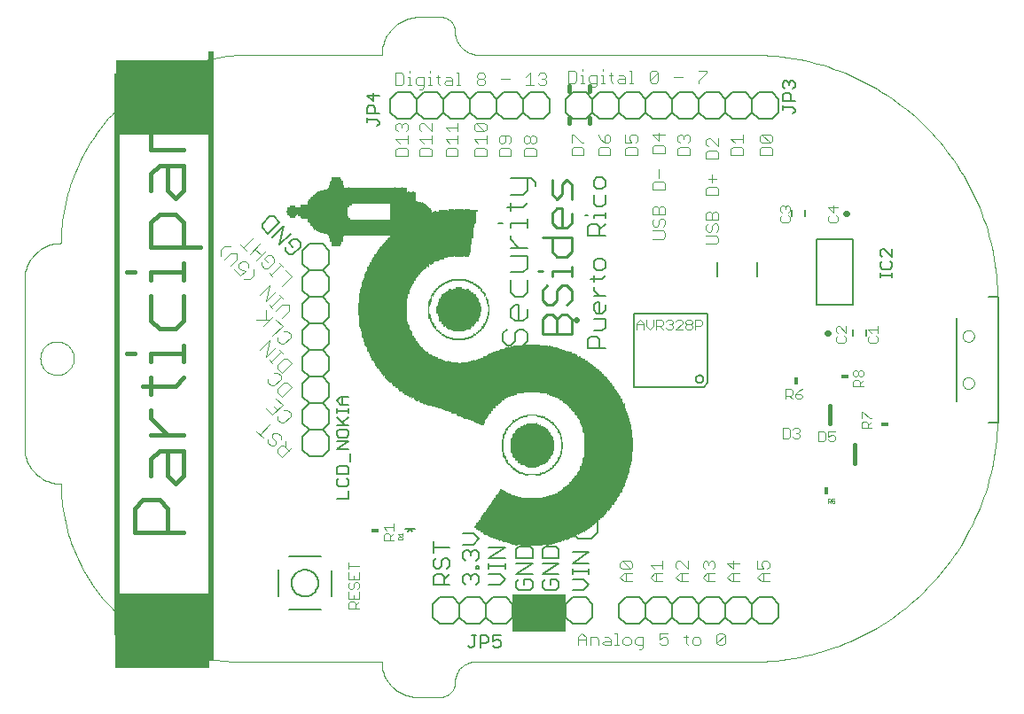
<source format=gto>
G75*
%MOIN*%
%OFA0B0*%
%FSLAX24Y24*%
%IPPOS*%
%LPD*%
%AMOC8*
5,1,8,0,0,1.08239X$1,22.5*
%
%ADD10C,0.0000*%
%ADD11C,0.0050*%
%ADD12C,0.0040*%
%ADD13C,0.0080*%
%ADD14C,0.0090*%
%ADD15C,0.0060*%
%ADD16C,0.0160*%
%ADD17R,0.2018X0.1427*%
%ADD18R,0.0246X2.2982*%
%ADD19R,0.0246X2.1161*%
%ADD20R,0.3543X0.2805*%
%ADD21C,0.0030*%
%ADD22C,0.0010*%
%ADD23R,0.0180X0.0300*%
%ADD24R,0.0300X0.0180*%
%ADD25C,0.0220*%
%ADD26R,0.0020X0.0520*%
%ADD27R,0.0020X0.1220*%
%ADD28R,0.0020X0.1360*%
%ADD29R,0.0020X0.1520*%
%ADD30R,0.0020X0.1620*%
%ADD31R,0.0020X0.1760*%
%ADD32R,0.0020X0.2060*%
%ADD33R,0.0020X0.2180*%
%ADD34R,0.0020X0.2220*%
%ADD35R,0.0020X0.2360*%
%ADD36R,0.0020X0.2440*%
%ADD37R,0.0020X0.2620*%
%ADD38R,0.0020X0.2780*%
%ADD39R,0.0020X0.2800*%
%ADD40R,0.0020X0.2920*%
%ADD41R,0.0020X0.3120*%
%ADD42R,0.0020X0.3140*%
%ADD43R,0.0020X0.3180*%
%ADD44R,0.0020X0.3260*%
%ADD45R,0.0020X0.3300*%
%ADD46R,0.0020X0.3540*%
%ADD47R,0.0020X0.3580*%
%ADD48R,0.0020X0.3640*%
%ADD49R,0.0020X0.3660*%
%ADD50R,0.0020X0.3820*%
%ADD51R,0.0020X0.3900*%
%ADD52R,0.0020X0.3920*%
%ADD53R,0.0020X0.3960*%
%ADD54R,0.0020X0.4120*%
%ADD55R,0.0020X0.4220*%
%ADD56R,0.0020X0.4260*%
%ADD57R,0.0020X0.4280*%
%ADD58R,0.0020X0.4460*%
%ADD59R,0.0020X0.4480*%
%ADD60R,0.0020X0.4500*%
%ADD61R,0.0020X0.4540*%
%ADD62R,0.0020X0.4680*%
%ADD63R,0.0020X0.4700*%
%ADD64R,0.0020X0.4720*%
%ADD65R,0.0020X0.4760*%
%ADD66R,0.0020X0.4860*%
%ADD67R,0.0020X0.4880*%
%ADD68R,0.0020X0.4940*%
%ADD69R,0.0020X0.4960*%
%ADD70R,0.0020X0.5020*%
%ADD71R,0.0020X0.5080*%
%ADD72R,0.0020X0.5120*%
%ADD73R,0.0020X0.5140*%
%ADD74R,0.0020X0.5220*%
%ADD75R,0.0020X0.5260*%
%ADD76R,0.0020X0.5360*%
%ADD77R,0.0020X0.5380*%
%ADD78R,0.0020X0.5460*%
%ADD79R,0.0020X0.5500*%
%ADD80R,0.0020X0.5520*%
%ADD81R,0.0020X0.5560*%
%ADD82R,0.0020X0.5580*%
%ADD83R,0.0020X0.5640*%
%ADD84R,0.0020X0.5680*%
%ADD85R,0.0020X0.5740*%
%ADD86R,0.0020X0.5800*%
%ADD87R,0.0020X0.5820*%
%ADD88R,0.0020X0.5900*%
%ADD89R,0.0020X0.5960*%
%ADD90R,0.0020X0.5980*%
%ADD91R,0.0020X0.6000*%
%ADD92R,0.0020X0.6020*%
%ADD93R,0.0020X0.6140*%
%ADD94R,0.0020X0.6160*%
%ADD95R,0.0020X0.6220*%
%ADD96R,0.0020X0.6260*%
%ADD97R,0.0020X0.6280*%
%ADD98R,0.0020X0.6320*%
%ADD99R,0.0020X0.6360*%
%ADD100R,0.0020X0.6380*%
%ADD101R,0.0020X0.6420*%
%ADD102R,0.0020X0.2840*%
%ADD103R,0.0020X0.2760*%
%ADD104R,0.0020X0.2680*%
%ADD105R,0.0020X0.2640*%
%ADD106R,0.0020X0.2580*%
%ADD107R,0.0020X0.2600*%
%ADD108R,0.0020X0.2540*%
%ADD109R,0.0020X0.2560*%
%ADD110R,0.0020X0.2520*%
%ADD111R,0.0020X0.2500*%
%ADD112R,0.0020X0.2480*%
%ADD113R,0.0020X0.2460*%
%ADD114R,0.0020X0.2420*%
%ADD115R,0.0020X0.2400*%
%ADD116R,0.0020X0.2340*%
%ADD117R,0.0020X0.2260*%
%ADD118R,0.0020X0.2280*%
%ADD119R,0.0020X0.2300*%
%ADD120R,0.0020X0.2240*%
%ADD121R,0.0020X0.2200*%
%ADD122R,0.0020X0.2160*%
%ADD123R,0.0020X0.2140*%
%ADD124R,0.0020X0.2100*%
%ADD125R,0.0020X0.2120*%
%ADD126R,0.0020X0.2080*%
%ADD127R,0.0020X0.2040*%
%ADD128R,0.0020X0.2020*%
%ADD129R,0.0020X0.2000*%
%ADD130R,0.0020X0.1980*%
%ADD131R,0.0020X0.1960*%
%ADD132R,0.0020X0.0260*%
%ADD133R,0.0020X0.1940*%
%ADD134R,0.0020X0.0620*%
%ADD135R,0.0020X0.0680*%
%ADD136R,0.0020X0.0180*%
%ADD137R,0.0020X0.0200*%
%ADD138R,0.0020X0.0120*%
%ADD139R,0.0020X0.0140*%
%ADD140R,0.0020X0.1920*%
%ADD141R,0.0020X0.1900*%
%ADD142R,0.0020X0.0100*%
%ADD143R,0.0020X0.1880*%
%ADD144R,0.0020X0.1860*%
%ADD145R,0.0020X0.0080*%
%ADD146R,0.0020X0.0060*%
%ADD147R,0.0020X0.0380*%
%ADD148R,0.0020X0.0420*%
%ADD149R,0.0020X0.0760*%
%ADD150R,0.0020X0.0780*%
%ADD151R,0.0020X0.0800*%
%ADD152R,0.0020X0.0920*%
%ADD153R,0.0020X0.1000*%
%ADD154R,0.0020X0.1840*%
%ADD155R,0.0020X0.0040*%
%ADD156R,0.0020X0.1020*%
%ADD157R,0.0020X0.1100*%
%ADD158R,0.0020X0.1820*%
%ADD159R,0.0020X0.1120*%
%ADD160R,0.0020X0.1180*%
%ADD161R,0.0020X0.1240*%
%ADD162R,0.0020X0.1260*%
%ADD163R,0.0020X0.1800*%
%ADD164R,0.0020X0.1300*%
%ADD165R,0.0020X0.1320*%
%ADD166R,0.0020X0.0020*%
%ADD167R,0.0020X0.1780*%
%ADD168R,0.0020X0.1380*%
%ADD169R,0.0020X0.1400*%
%ADD170R,0.0020X0.1420*%
%ADD171R,0.0020X0.1480*%
%ADD172R,0.0020X0.1500*%
%ADD173R,0.0020X0.1540*%
%ADD174R,0.0020X0.1580*%
%ADD175R,0.0020X0.1640*%
%ADD176R,0.0020X0.1660*%
%ADD177R,0.0020X0.1680*%
%ADD178R,0.0020X0.1600*%
%ADD179R,0.0020X0.1460*%
%ADD180R,0.0020X0.1440*%
%ADD181R,0.0020X0.1340*%
%ADD182R,0.0020X0.1200*%
%ADD183R,0.0020X0.1160*%
%ADD184R,0.0020X0.0860*%
%ADD185R,0.0020X0.0560*%
%ADD186R,0.0020X0.0500*%
%ADD187R,0.0020X0.0460*%
%ADD188R,0.0020X0.0320*%
%ADD189R,0.0020X0.1700*%
%ADD190R,0.0020X0.1560*%
%ADD191R,0.0020X0.1140*%
%ADD192R,0.0020X0.0240*%
%ADD193R,0.0020X0.1040*%
%ADD194R,0.0020X0.2320*%
%ADD195R,0.0020X0.0280*%
%ADD196R,0.0020X0.0960*%
%ADD197R,0.0020X0.0160*%
%ADD198R,0.0020X0.0940*%
%ADD199R,0.0020X0.0840*%
%ADD200R,0.0020X0.0820*%
%ADD201R,0.0020X0.0660*%
%ADD202R,0.0020X0.0580*%
%ADD203R,0.0020X0.0400*%
%ADD204R,0.0020X0.0360*%
%ADD205R,0.0020X0.2380*%
%ADD206R,0.0020X0.0900*%
%ADD207R,0.0020X0.1080*%
%ADD208R,0.0020X0.0640*%
%ADD209R,0.0020X0.1280*%
%ADD210R,0.0020X0.1720*%
%ADD211R,0.0020X0.1060*%
%ADD212R,0.0020X0.0880*%
%ADD213R,0.0020X0.0720*%
%ADD214R,0.0020X0.0300*%
%ADD215R,0.0020X0.0220*%
%ADD216R,0.0020X0.2700*%
%ADD217R,0.0020X0.2720*%
%ADD218R,0.0020X0.2820*%
%ADD219R,0.0020X0.2900*%
%ADD220R,0.0020X0.3320*%
%ADD221R,0.0020X0.3340*%
%ADD222R,0.0020X0.3440*%
%ADD223R,0.0020X0.3480*%
%ADD224R,0.0020X0.3560*%
%ADD225R,0.0020X0.3600*%
%ADD226R,0.0020X0.3720*%
%ADD227R,0.0020X0.3840*%
%ADD228R,0.0020X0.3940*%
%ADD229R,0.0020X0.4000*%
%ADD230R,0.0020X0.3060*%
%ADD231R,0.0020X0.4440*%
%ADD232R,0.0020X0.7780*%
%ADD233R,0.0020X0.7740*%
%ADD234R,0.0020X0.7720*%
%ADD235R,0.0020X0.7700*%
%ADD236R,0.0020X0.7640*%
%ADD237R,0.0020X0.7600*%
%ADD238R,0.0020X0.7580*%
%ADD239R,0.0020X0.7560*%
%ADD240R,0.0020X0.7540*%
%ADD241R,0.0020X0.7520*%
%ADD242R,0.0020X0.7500*%
%ADD243R,0.0020X0.7460*%
%ADD244R,0.0020X0.7400*%
%ADD245R,0.0020X0.7360*%
%ADD246R,0.0020X0.5400*%
%ADD247R,0.0020X0.5340*%
%ADD248R,0.0020X0.5320*%
%ADD249R,0.0020X0.5200*%
%ADD250R,0.0020X0.5180*%
%ADD251R,0.0020X0.5100*%
%ADD252R,0.0020X0.5000*%
%ADD253R,0.0020X0.4980*%
%ADD254R,0.0020X0.4900*%
%ADD255R,0.0020X0.4780*%
%ADD256R,0.0020X0.4660*%
%ADD257R,0.0020X0.4640*%
%ADD258R,0.0020X0.4520*%
%ADD259R,0.0020X0.4420*%
%ADD260R,0.0020X0.4300*%
%ADD261R,0.0020X0.4160*%
%ADD262R,0.0020X0.4100*%
%ADD263R,0.0020X0.3880*%
%ADD264R,0.0020X0.3780*%
%ADD265R,0.0020X0.3620*%
%ADD266R,0.0020X0.3520*%
%ADD267R,0.0020X0.3360*%
%ADD268R,0.0020X0.3220*%
%ADD269R,0.0020X0.3200*%
%ADD270R,0.0020X0.3080*%
%ADD271R,0.0020X0.2880*%
%ADD272R,0.0020X0.0480*%
%ADD273R,0.0020X0.0600*%
%ADD274R,0.0020X0.0700*%
%ADD275R,0.0020X0.0740*%
%ADD276R,0.0020X0.0540*%
%ADD277R,0.0020X0.0340*%
%ADD278R,0.0020X0.0440*%
D10*
X008171Y001568D02*
X013535Y001568D01*
X013537Y001496D01*
X013543Y001424D01*
X013553Y001353D01*
X013566Y001282D01*
X013583Y001212D01*
X013605Y001144D01*
X013629Y001076D01*
X013658Y001010D01*
X013690Y000945D01*
X013725Y000883D01*
X013764Y000822D01*
X013806Y000764D01*
X013851Y000708D01*
X013899Y000654D01*
X013950Y000603D01*
X014004Y000555D01*
X014060Y000510D01*
X014118Y000468D01*
X014179Y000429D01*
X014241Y000394D01*
X014306Y000362D01*
X014372Y000333D01*
X014440Y000309D01*
X014508Y000287D01*
X014578Y000270D01*
X014649Y000257D01*
X014720Y000247D01*
X014792Y000241D01*
X014864Y000239D01*
X015734Y000239D01*
X015780Y000241D01*
X015826Y000247D01*
X015871Y000256D01*
X015915Y000269D01*
X015958Y000286D01*
X015999Y000306D01*
X016039Y000330D01*
X016076Y000356D01*
X016111Y000386D01*
X016144Y000419D01*
X016174Y000454D01*
X016200Y000491D01*
X016224Y000531D01*
X016244Y000572D01*
X016261Y000615D01*
X016274Y000659D01*
X016283Y000704D01*
X016289Y000750D01*
X016291Y000796D01*
X016293Y000849D01*
X016298Y000901D01*
X016307Y000953D01*
X016320Y001004D01*
X016336Y001055D01*
X016355Y001104D01*
X016378Y001151D01*
X016403Y001197D01*
X016432Y001241D01*
X016464Y001283D01*
X016499Y001323D01*
X016536Y001360D01*
X016576Y001395D01*
X016618Y001427D01*
X016662Y001456D01*
X016708Y001481D01*
X016755Y001504D01*
X016804Y001523D01*
X016855Y001539D01*
X016906Y001552D01*
X016958Y001561D01*
X017010Y001566D01*
X017063Y001568D01*
X027463Y001568D01*
X027463Y001567D02*
X027686Y001570D01*
X027909Y001578D01*
X028132Y001592D01*
X028354Y001611D01*
X028576Y001636D01*
X028797Y001665D01*
X029017Y001700D01*
X029237Y001741D01*
X029455Y001787D01*
X029672Y001838D01*
X029888Y001894D01*
X030102Y001955D01*
X030315Y002022D01*
X030527Y002094D01*
X030736Y002170D01*
X030944Y002252D01*
X031149Y002339D01*
X031352Y002431D01*
X031554Y002528D01*
X031752Y002629D01*
X031948Y002735D01*
X032142Y002846D01*
X032333Y002962D01*
X032521Y003082D01*
X032706Y003207D01*
X032888Y003336D01*
X033066Y003470D01*
X033242Y003607D01*
X033414Y003749D01*
X033582Y003895D01*
X033747Y004046D01*
X033909Y004200D01*
X034066Y004358D01*
X034220Y004519D01*
X034370Y004685D01*
X034516Y004853D01*
X034657Y005026D01*
X034795Y005202D01*
X034928Y005381D01*
X035056Y005563D01*
X035181Y005748D01*
X035301Y005936D01*
X035416Y006127D01*
X035526Y006321D01*
X035632Y006518D01*
X035733Y006716D01*
X035829Y006918D01*
X035921Y007121D01*
X036007Y007327D01*
X036089Y007535D01*
X036165Y007744D01*
X036236Y007956D01*
X036302Y008169D01*
X036363Y008383D01*
X036419Y008599D01*
X036470Y008817D01*
X036515Y009035D01*
X036555Y009255D01*
X036590Y009475D01*
X036619Y009696D01*
X036643Y009918D01*
X036661Y010140D01*
X036675Y010363D01*
X036683Y010586D01*
X036685Y010809D01*
X036685Y015181D01*
X035373Y013822D02*
X035375Y013851D01*
X035381Y013879D01*
X035390Y013907D01*
X035403Y013933D01*
X035420Y013956D01*
X035439Y013978D01*
X035461Y013997D01*
X035486Y014012D01*
X035512Y014025D01*
X035540Y014033D01*
X035568Y014038D01*
X035597Y014039D01*
X035626Y014036D01*
X035654Y014029D01*
X035681Y014019D01*
X035707Y014005D01*
X035730Y013988D01*
X035751Y013968D01*
X035769Y013945D01*
X035784Y013920D01*
X035795Y013893D01*
X035803Y013865D01*
X035807Y013836D01*
X035807Y013808D01*
X035803Y013779D01*
X035795Y013751D01*
X035784Y013724D01*
X035769Y013699D01*
X035751Y013676D01*
X035730Y013656D01*
X035707Y013639D01*
X035681Y013625D01*
X035654Y013615D01*
X035626Y013608D01*
X035597Y013605D01*
X035568Y013606D01*
X035540Y013611D01*
X035512Y013619D01*
X035486Y013632D01*
X035461Y013647D01*
X035439Y013666D01*
X035420Y013688D01*
X035403Y013711D01*
X035390Y013737D01*
X035381Y013765D01*
X035375Y013793D01*
X035373Y013822D01*
X035373Y012050D02*
X035375Y012079D01*
X035381Y012107D01*
X035390Y012135D01*
X035403Y012161D01*
X035420Y012184D01*
X035439Y012206D01*
X035461Y012225D01*
X035486Y012240D01*
X035512Y012253D01*
X035540Y012261D01*
X035568Y012266D01*
X035597Y012267D01*
X035626Y012264D01*
X035654Y012257D01*
X035681Y012247D01*
X035707Y012233D01*
X035730Y012216D01*
X035751Y012196D01*
X035769Y012173D01*
X035784Y012148D01*
X035795Y012121D01*
X035803Y012093D01*
X035807Y012064D01*
X035807Y012036D01*
X035803Y012007D01*
X035795Y011979D01*
X035784Y011952D01*
X035769Y011927D01*
X035751Y011904D01*
X035730Y011884D01*
X035707Y011867D01*
X035681Y011853D01*
X035654Y011843D01*
X035626Y011836D01*
X035597Y011833D01*
X035568Y011834D01*
X035540Y011839D01*
X035512Y011847D01*
X035486Y011860D01*
X035461Y011875D01*
X035439Y011894D01*
X035420Y011916D01*
X035403Y011939D01*
X035390Y011965D01*
X035381Y011993D01*
X035375Y012021D01*
X035373Y012050D01*
X036685Y015181D02*
X036682Y015404D01*
X036674Y015627D01*
X036661Y015849D01*
X036642Y016071D01*
X036618Y016293D01*
X036588Y016513D01*
X036553Y016734D01*
X036513Y016953D01*
X036468Y017171D01*
X036417Y017388D01*
X036361Y017604D01*
X036300Y017818D01*
X036234Y018031D01*
X036162Y018242D01*
X036086Y018451D01*
X036004Y018659D01*
X035918Y018864D01*
X035826Y019067D01*
X035730Y019268D01*
X035629Y019467D01*
X035523Y019663D01*
X035412Y019856D01*
X035297Y020047D01*
X035177Y020235D01*
X035053Y020420D01*
X034924Y020602D01*
X034791Y020780D01*
X034653Y020956D01*
X034512Y021128D01*
X034366Y021296D01*
X034216Y021461D01*
X034062Y021623D01*
X033905Y021780D01*
X033743Y021934D01*
X033578Y022084D01*
X033410Y022230D01*
X033238Y022371D01*
X033062Y022509D01*
X032884Y022642D01*
X032702Y022771D01*
X032517Y022895D01*
X032329Y023015D01*
X032138Y023130D01*
X031945Y023241D01*
X031749Y023347D01*
X031550Y023448D01*
X031349Y023544D01*
X031146Y023636D01*
X030941Y023722D01*
X030733Y023804D01*
X030524Y023880D01*
X030313Y023952D01*
X030100Y024018D01*
X029886Y024079D01*
X029670Y024135D01*
X029453Y024186D01*
X029235Y024231D01*
X029016Y024271D01*
X028795Y024306D01*
X028575Y024336D01*
X028353Y024360D01*
X028131Y024379D01*
X027909Y024392D01*
X027686Y024400D01*
X027463Y024403D01*
X027463Y024402D02*
X017161Y024402D01*
X017161Y024403D02*
X017104Y024405D01*
X017047Y024410D01*
X016991Y024420D01*
X016936Y024433D01*
X016881Y024449D01*
X016828Y024469D01*
X016776Y024493D01*
X016726Y024520D01*
X016678Y024550D01*
X016631Y024583D01*
X016587Y024619D01*
X016546Y024658D01*
X016507Y024699D01*
X016471Y024743D01*
X016438Y024790D01*
X016408Y024838D01*
X016381Y024888D01*
X016357Y024940D01*
X016337Y024993D01*
X016321Y025048D01*
X016308Y025103D01*
X016298Y025159D01*
X016293Y025216D01*
X016291Y025273D01*
X016289Y025319D01*
X016283Y025365D01*
X016274Y025410D01*
X016261Y025454D01*
X016244Y025497D01*
X016224Y025538D01*
X016200Y025578D01*
X016174Y025615D01*
X016144Y025650D01*
X016111Y025683D01*
X016076Y025713D01*
X016039Y025739D01*
X015999Y025763D01*
X015958Y025783D01*
X015915Y025800D01*
X015871Y025813D01*
X015826Y025822D01*
X015780Y025828D01*
X015734Y025830D01*
X014962Y025830D01*
X014962Y025829D02*
X014887Y025827D01*
X014813Y025821D01*
X014739Y025811D01*
X014665Y025798D01*
X014593Y025780D01*
X014521Y025759D01*
X014451Y025734D01*
X014382Y025706D01*
X014314Y025673D01*
X014249Y025638D01*
X014185Y025599D01*
X014123Y025556D01*
X014064Y025511D01*
X014007Y025462D01*
X013953Y025411D01*
X013902Y025357D01*
X013853Y025300D01*
X013808Y025241D01*
X013765Y025179D01*
X013726Y025116D01*
X013691Y025050D01*
X013658Y024982D01*
X013630Y024913D01*
X013605Y024843D01*
X013584Y024771D01*
X013566Y024699D01*
X013553Y024625D01*
X013543Y024551D01*
X013537Y024477D01*
X013535Y024402D01*
X008565Y024402D01*
X008565Y024403D02*
X008394Y024401D01*
X008223Y024395D01*
X008052Y024384D01*
X007881Y024370D01*
X007711Y024351D01*
X007541Y024329D01*
X007372Y024302D01*
X007203Y024271D01*
X007036Y024236D01*
X006869Y024197D01*
X006703Y024154D01*
X006539Y024107D01*
X006375Y024056D01*
X006213Y024001D01*
X006052Y023942D01*
X005893Y023880D01*
X005735Y023813D01*
X005579Y023743D01*
X005424Y023669D01*
X005272Y023591D01*
X005121Y023510D01*
X004972Y023425D01*
X004826Y023336D01*
X004681Y023244D01*
X004539Y023148D01*
X004399Y023050D01*
X004262Y022947D01*
X004127Y022842D01*
X003995Y022733D01*
X003865Y022621D01*
X003739Y022506D01*
X003615Y022387D01*
X003494Y022266D01*
X003375Y022142D01*
X003260Y022016D01*
X003148Y021886D01*
X003039Y021754D01*
X002934Y021619D01*
X002831Y021482D01*
X002733Y021342D01*
X002637Y021200D01*
X002545Y021055D01*
X002456Y020909D01*
X002371Y020760D01*
X002290Y020609D01*
X002212Y020457D01*
X002138Y020302D01*
X002068Y020146D01*
X002001Y019988D01*
X001939Y019829D01*
X001880Y019668D01*
X001825Y019506D01*
X001774Y019342D01*
X001727Y019178D01*
X001684Y019012D01*
X001645Y018845D01*
X001610Y018678D01*
X001579Y018509D01*
X001552Y018340D01*
X001530Y018170D01*
X001511Y018000D01*
X001497Y017829D01*
X001486Y017658D01*
X001480Y017487D01*
X001478Y017316D01*
X001406Y017314D01*
X001334Y017308D01*
X001262Y017299D01*
X001191Y017286D01*
X001121Y017269D01*
X001052Y017249D01*
X000984Y017224D01*
X000918Y017197D01*
X000852Y017166D01*
X000789Y017131D01*
X000727Y017094D01*
X000668Y017053D01*
X000611Y017009D01*
X000556Y016962D01*
X000504Y016912D01*
X000454Y016860D01*
X000407Y016805D01*
X000363Y016748D01*
X000322Y016689D01*
X000285Y016627D01*
X000250Y016564D01*
X000219Y016498D01*
X000192Y016432D01*
X000167Y016364D01*
X000147Y016295D01*
X000130Y016225D01*
X000117Y016154D01*
X000108Y016082D01*
X000102Y016010D01*
X000100Y015938D01*
X000100Y009639D01*
X000102Y009567D01*
X000108Y009495D01*
X000117Y009423D01*
X000130Y009352D01*
X000147Y009282D01*
X000167Y009213D01*
X000192Y009145D01*
X000219Y009079D01*
X000250Y009013D01*
X000285Y008950D01*
X000322Y008888D01*
X000363Y008829D01*
X000407Y008772D01*
X000454Y008717D01*
X000504Y008665D01*
X000556Y008615D01*
X000611Y008568D01*
X000668Y008524D01*
X000727Y008483D01*
X000789Y008446D01*
X000852Y008411D01*
X000918Y008380D01*
X000984Y008353D01*
X001052Y008328D01*
X001121Y008308D01*
X001191Y008291D01*
X001262Y008278D01*
X001334Y008269D01*
X001406Y008263D01*
X001478Y008261D01*
X001480Y008099D01*
X001486Y007938D01*
X001496Y007776D01*
X001509Y007615D01*
X001527Y007454D01*
X001548Y007294D01*
X001574Y007134D01*
X001603Y006975D01*
X001636Y006817D01*
X001672Y006659D01*
X001713Y006503D01*
X001757Y006347D01*
X001806Y006193D01*
X001857Y006040D01*
X001913Y005888D01*
X001972Y005737D01*
X002035Y005588D01*
X002101Y005441D01*
X002171Y005295D01*
X002245Y005151D01*
X002322Y005008D01*
X002402Y004868D01*
X002486Y004730D01*
X002573Y004593D01*
X002663Y004459D01*
X002756Y004327D01*
X002853Y004197D01*
X002953Y004070D01*
X003055Y003945D01*
X003161Y003823D01*
X003270Y003703D01*
X003381Y003586D01*
X003496Y003471D01*
X003613Y003360D01*
X003733Y003251D01*
X003855Y003145D01*
X003980Y003043D01*
X004107Y002943D01*
X004237Y002846D01*
X004369Y002753D01*
X004503Y002663D01*
X004640Y002576D01*
X004778Y002492D01*
X004918Y002412D01*
X005061Y002335D01*
X005205Y002261D01*
X005351Y002191D01*
X005498Y002125D01*
X005647Y002062D01*
X005798Y002003D01*
X005950Y001947D01*
X006103Y001896D01*
X006257Y001847D01*
X006413Y001803D01*
X006569Y001762D01*
X006727Y001726D01*
X006885Y001693D01*
X007044Y001664D01*
X007204Y001638D01*
X007364Y001617D01*
X007525Y001599D01*
X007686Y001586D01*
X007848Y001576D01*
X008009Y001570D01*
X008171Y001568D01*
X000698Y012985D02*
X000700Y013035D01*
X000706Y013085D01*
X000716Y013134D01*
X000730Y013182D01*
X000747Y013229D01*
X000768Y013274D01*
X000793Y013318D01*
X000821Y013359D01*
X000853Y013398D01*
X000887Y013435D01*
X000924Y013469D01*
X000964Y013499D01*
X001006Y013526D01*
X001050Y013550D01*
X001096Y013571D01*
X001143Y013587D01*
X001191Y013600D01*
X001241Y013609D01*
X001290Y013614D01*
X001341Y013615D01*
X001391Y013612D01*
X001440Y013605D01*
X001489Y013594D01*
X001537Y013579D01*
X001583Y013561D01*
X001628Y013539D01*
X001671Y013513D01*
X001712Y013484D01*
X001751Y013452D01*
X001787Y013417D01*
X001819Y013379D01*
X001849Y013339D01*
X001876Y013296D01*
X001899Y013252D01*
X001918Y013206D01*
X001934Y013158D01*
X001946Y013109D01*
X001954Y013060D01*
X001958Y013010D01*
X001958Y012960D01*
X001954Y012910D01*
X001946Y012861D01*
X001934Y012812D01*
X001918Y012764D01*
X001899Y012718D01*
X001876Y012674D01*
X001849Y012631D01*
X001819Y012591D01*
X001787Y012553D01*
X001751Y012518D01*
X001712Y012486D01*
X001671Y012457D01*
X001628Y012431D01*
X001583Y012409D01*
X001537Y012391D01*
X001489Y012376D01*
X001440Y012365D01*
X001391Y012358D01*
X001341Y012355D01*
X001290Y012356D01*
X001241Y012361D01*
X001191Y012370D01*
X001143Y012383D01*
X001096Y012399D01*
X001050Y012420D01*
X001006Y012444D01*
X000964Y012471D01*
X000924Y012501D01*
X000887Y012535D01*
X000853Y012572D01*
X000821Y012611D01*
X000793Y012652D01*
X000768Y012696D01*
X000747Y012741D01*
X000730Y012788D01*
X000716Y012836D01*
X000706Y012885D01*
X000700Y012935D01*
X000698Y012985D01*
D11*
X009044Y017896D02*
X009044Y018039D01*
X009332Y018327D01*
X009476Y018327D01*
X009691Y018111D01*
X009260Y017680D01*
X009044Y017896D01*
X009402Y017538D02*
X009833Y017969D01*
X009689Y017250D01*
X010121Y017682D01*
X010191Y017468D02*
X010047Y017324D01*
X010191Y017180D01*
X009903Y017180D02*
X009903Y017036D01*
X010047Y016892D01*
X010191Y016892D01*
X010479Y017180D01*
X010479Y017324D01*
X010335Y017468D01*
X010191Y017468D01*
X013362Y021728D02*
X013437Y021803D01*
X013437Y021878D01*
X013362Y021953D01*
X012986Y021953D01*
X012986Y021878D02*
X012986Y022028D01*
X012986Y022188D02*
X012986Y022414D01*
X013061Y022489D01*
X013211Y022489D01*
X013286Y022414D01*
X013286Y022188D01*
X013437Y022188D02*
X012986Y022188D01*
X013211Y022649D02*
X013211Y022949D01*
X012986Y022874D02*
X013211Y022649D01*
X013437Y022874D02*
X012986Y022874D01*
X028616Y022884D02*
X028691Y022959D01*
X028841Y022959D01*
X028916Y022884D01*
X028916Y022658D01*
X029067Y022658D02*
X028616Y022658D01*
X028616Y022884D01*
X028691Y023119D02*
X028616Y023194D01*
X028616Y023344D01*
X028691Y023419D01*
X028766Y023419D01*
X028841Y023344D01*
X028916Y023419D01*
X028992Y023419D01*
X029067Y023344D01*
X029067Y023194D01*
X028992Y023119D01*
X028841Y023269D02*
X028841Y023344D01*
X028616Y022498D02*
X028616Y022348D01*
X028616Y022423D02*
X028992Y022423D01*
X029067Y022348D01*
X029067Y022273D01*
X028992Y022198D01*
X032351Y017106D02*
X032276Y017031D01*
X032276Y016881D01*
X032351Y016806D01*
X032351Y016646D02*
X032276Y016571D01*
X032276Y016421D01*
X032351Y016346D01*
X032652Y016346D01*
X032727Y016421D01*
X032727Y016571D01*
X032652Y016646D01*
X032727Y016806D02*
X032426Y017106D01*
X032351Y017106D01*
X032727Y017106D02*
X032727Y016806D01*
X032727Y016189D02*
X032727Y016039D01*
X032727Y016114D02*
X032276Y016114D01*
X032276Y016039D02*
X032276Y016189D01*
X020418Y007402D02*
X020418Y007102D01*
X020118Y007402D01*
X020043Y007402D01*
X019968Y007327D01*
X019968Y007177D01*
X020043Y007102D01*
X020043Y006942D02*
X020193Y006942D01*
X020268Y006866D01*
X020268Y006641D01*
X020418Y006641D02*
X019968Y006641D01*
X019968Y006866D01*
X020043Y006942D01*
X019968Y006481D02*
X019968Y006331D01*
X019968Y006406D02*
X020343Y006406D01*
X020418Y006331D01*
X020418Y006256D01*
X020343Y006181D01*
X020092Y005886D02*
X019685Y005886D01*
X019583Y005785D01*
X019583Y005479D01*
X020193Y005479D01*
X020193Y005785D01*
X020092Y005886D01*
X020711Y005684D02*
X021322Y005684D01*
X020711Y005277D01*
X021322Y005277D01*
X021322Y005075D02*
X021322Y004872D01*
X021322Y004973D02*
X020711Y004973D01*
X020711Y004872D02*
X020711Y005075D01*
X020193Y004872D02*
X019583Y004872D01*
X020193Y005279D01*
X019583Y005279D01*
X019203Y005279D02*
X018593Y005279D01*
X018593Y005479D02*
X018593Y005785D01*
X018695Y005886D01*
X019102Y005886D01*
X019203Y005785D01*
X019203Y005479D01*
X018593Y005479D01*
X018172Y005474D02*
X017561Y005474D01*
X018172Y005881D01*
X017561Y005881D01*
X017199Y005678D02*
X017199Y005474D01*
X017097Y005372D01*
X017097Y005170D02*
X017199Y005170D01*
X017199Y005068D01*
X017097Y005068D01*
X017097Y005170D01*
X017097Y004868D02*
X016996Y004868D01*
X016894Y004766D01*
X016894Y004664D01*
X016894Y004766D02*
X016792Y004868D01*
X016690Y004868D01*
X016589Y004766D01*
X016589Y004563D01*
X016690Y004461D01*
X017097Y004461D02*
X017199Y004563D01*
X017199Y004766D01*
X017097Y004868D01*
X017561Y004868D02*
X017968Y004868D01*
X018172Y004664D01*
X017968Y004461D01*
X017561Y004461D01*
X017561Y005068D02*
X017561Y005272D01*
X017561Y005170D02*
X018172Y005170D01*
X018172Y005068D02*
X018172Y005272D01*
X018593Y004872D02*
X019203Y005279D01*
X019203Y004872D02*
X018593Y004872D01*
X018695Y004671D02*
X018593Y004569D01*
X018593Y004366D01*
X018695Y004264D01*
X019102Y004264D01*
X019203Y004366D01*
X019203Y004569D01*
X019102Y004671D01*
X018898Y004671D01*
X018898Y004467D01*
X019583Y004366D02*
X019685Y004264D01*
X020092Y004264D01*
X020193Y004366D01*
X020193Y004569D01*
X020092Y004671D01*
X019888Y004671D01*
X019888Y004467D01*
X019685Y004671D02*
X019583Y004569D01*
X019583Y004366D01*
X020711Y004264D02*
X021118Y004264D01*
X021322Y004467D01*
X021118Y004671D01*
X020711Y004671D01*
X018000Y002552D02*
X017700Y002552D01*
X017700Y002326D01*
X017850Y002401D01*
X017925Y002401D01*
X018000Y002326D01*
X018000Y002176D01*
X017925Y002101D01*
X017775Y002101D01*
X017700Y002176D01*
X017540Y002326D02*
X017465Y002251D01*
X017239Y002251D01*
X017239Y002101D02*
X017239Y002552D01*
X017465Y002552D01*
X017540Y002476D01*
X017540Y002326D01*
X017079Y002552D02*
X016929Y002552D01*
X017004Y002552D02*
X017004Y002176D01*
X016929Y002101D01*
X016854Y002101D01*
X016779Y002176D01*
X016085Y004461D02*
X015475Y004461D01*
X015475Y004766D01*
X015577Y004868D01*
X015780Y004868D01*
X015882Y004766D01*
X015882Y004461D01*
X015882Y004664D02*
X016085Y004868D01*
X015984Y005068D02*
X016085Y005170D01*
X016085Y005374D01*
X015984Y005475D01*
X015882Y005475D01*
X015780Y005374D01*
X015780Y005170D01*
X015678Y005068D01*
X015577Y005068D01*
X015475Y005170D01*
X015475Y005374D01*
X015577Y005475D01*
X015475Y005676D02*
X015475Y006083D01*
X015475Y005880D02*
X016085Y005880D01*
X016589Y005980D02*
X016996Y005980D01*
X017199Y006184D01*
X016996Y006387D01*
X016589Y006387D01*
X016690Y005779D02*
X016792Y005779D01*
X016894Y005678D01*
X016996Y005779D01*
X017097Y005779D01*
X017199Y005678D01*
X016894Y005678D02*
X016894Y005576D01*
X016690Y005779D02*
X016589Y005678D01*
X016589Y005474D01*
X016690Y005372D01*
X012288Y007712D02*
X012288Y008012D01*
X012213Y008172D02*
X011912Y008172D01*
X011837Y008247D01*
X011837Y008397D01*
X011912Y008472D01*
X011837Y008632D02*
X011837Y008858D01*
X011912Y008933D01*
X012213Y008933D01*
X012288Y008858D01*
X012288Y008632D01*
X011837Y008632D01*
X012213Y008472D02*
X012288Y008397D01*
X012288Y008247D01*
X012213Y008172D01*
X012288Y007712D02*
X011837Y007712D01*
X012363Y009093D02*
X012363Y009393D01*
X012288Y009553D02*
X011837Y009553D01*
X012288Y009853D01*
X011837Y009853D01*
X011912Y010014D02*
X012213Y010014D01*
X012288Y010089D01*
X012288Y010239D01*
X012213Y010314D01*
X011912Y010314D01*
X011837Y010239D01*
X011837Y010089D01*
X011912Y010014D01*
X011837Y010474D02*
X012288Y010474D01*
X012138Y010474D02*
X011837Y010774D01*
X011837Y010934D02*
X011837Y011084D01*
X011837Y011009D02*
X012288Y011009D01*
X012288Y010934D02*
X012288Y011084D01*
X012288Y011241D02*
X011987Y011241D01*
X011837Y011391D01*
X011987Y011542D01*
X012288Y011542D01*
X012062Y011542D02*
X012062Y011241D01*
X012288Y010774D02*
X012062Y010549D01*
D12*
X010103Y010797D02*
X009858Y010552D01*
X009735Y010552D01*
X009612Y010674D01*
X009612Y010797D01*
X009432Y010855D02*
X009800Y011223D01*
X009554Y011468D01*
X009796Y011530D02*
X009612Y011714D01*
X009612Y011837D01*
X009858Y012082D01*
X009980Y012082D01*
X010164Y011898D01*
X009796Y011530D01*
X009493Y011956D02*
X009370Y011956D01*
X009248Y012079D01*
X009248Y012202D01*
X009493Y012447D02*
X009616Y012447D01*
X009738Y012324D01*
X009738Y012202D01*
X009493Y011956D01*
X009796Y012430D02*
X009612Y012614D01*
X009612Y012737D01*
X009858Y012982D01*
X009980Y012982D01*
X010164Y012798D01*
X009796Y012430D01*
X009432Y012795D02*
X009309Y012918D01*
X009370Y012856D02*
X009738Y013224D01*
X009800Y013163D02*
X009677Y013286D01*
X009557Y013406D02*
X009189Y013038D01*
X009311Y013651D01*
X008943Y013283D01*
X009432Y013825D02*
X009800Y014193D01*
X009554Y014438D01*
X009435Y014557D02*
X009067Y014189D01*
X009190Y014435D02*
X009190Y014803D01*
X009370Y014936D02*
X009738Y015304D01*
X009800Y015243D02*
X009677Y015366D01*
X009557Y015486D02*
X009189Y015118D01*
X009311Y015731D01*
X008943Y015363D01*
X009309Y014998D02*
X009432Y014875D01*
X009551Y014756D02*
X009796Y015001D01*
X010042Y015001D01*
X010042Y014756D01*
X009796Y014510D01*
X009312Y014435D02*
X008822Y014435D01*
X009612Y013767D02*
X009612Y013644D01*
X009735Y013522D01*
X009858Y013522D01*
X010103Y013767D01*
X010103Y013890D01*
X009980Y014012D01*
X009858Y014012D01*
X009796Y015697D02*
X010164Y016065D01*
X009919Y016310D01*
X009800Y016430D02*
X009677Y016552D01*
X009738Y016491D02*
X009370Y016123D01*
X009432Y016062D02*
X009309Y016184D01*
X009250Y016366D02*
X009495Y016611D01*
X009495Y016734D01*
X009373Y016857D01*
X009250Y016857D01*
X009127Y016734D01*
X009250Y016611D01*
X009250Y016366D02*
X009127Y016366D01*
X009005Y016489D01*
X009005Y016611D01*
X008824Y016669D02*
X009192Y017037D01*
X009008Y016853D02*
X008763Y017099D01*
X008579Y016915D02*
X008947Y017283D01*
X008705Y017525D02*
X008337Y017157D01*
X008459Y017034D02*
X008214Y017279D01*
X008097Y016946D02*
X007852Y016946D01*
X007606Y016700D01*
X007487Y016819D02*
X007487Y017065D01*
X007610Y017187D01*
X007855Y017187D01*
X008097Y016946D02*
X008097Y016700D01*
X007852Y016455D01*
X007971Y016336D02*
X008216Y016090D01*
X008400Y016274D01*
X008216Y016336D01*
X008155Y016397D01*
X008155Y016520D01*
X008278Y016642D01*
X008400Y016642D01*
X008523Y016520D01*
X008523Y016397D01*
X008705Y016338D02*
X008705Y016093D01*
X008582Y015970D01*
X008337Y015970D01*
X014065Y020606D02*
X014065Y020837D01*
X014142Y020913D01*
X014449Y020913D01*
X014525Y020837D01*
X014525Y020606D01*
X014065Y020606D01*
X014218Y021067D02*
X014065Y021220D01*
X014525Y021220D01*
X014525Y021067D02*
X014525Y021374D01*
X014449Y021527D02*
X014525Y021604D01*
X014525Y021757D01*
X014449Y021834D01*
X014372Y021834D01*
X014295Y021757D01*
X014295Y021681D01*
X014295Y021757D02*
X014218Y021834D01*
X014142Y021834D01*
X014065Y021757D01*
X014065Y021604D01*
X014142Y021527D01*
X014948Y021604D02*
X015025Y021527D01*
X014948Y021604D02*
X014948Y021757D01*
X015025Y021834D01*
X015101Y021834D01*
X015408Y021527D01*
X015408Y021834D01*
X015408Y021374D02*
X015408Y021067D01*
X015408Y021220D02*
X014948Y021220D01*
X015101Y021067D01*
X015025Y020913D02*
X014948Y020837D01*
X014948Y020606D01*
X015408Y020606D01*
X015408Y020837D01*
X015332Y020913D01*
X015025Y020913D01*
X015938Y020837D02*
X015938Y020606D01*
X016398Y020606D01*
X016398Y020837D01*
X016322Y020913D01*
X016015Y020913D01*
X015938Y020837D01*
X016091Y021067D02*
X015938Y021220D01*
X016398Y021220D01*
X016398Y021067D02*
X016398Y021374D01*
X016398Y021527D02*
X016398Y021834D01*
X016398Y021681D02*
X015938Y021681D01*
X016091Y021527D01*
X017008Y021604D02*
X017008Y021757D01*
X017085Y021834D01*
X017392Y021527D01*
X017468Y021604D01*
X017468Y021757D01*
X017392Y021834D01*
X017085Y021834D01*
X017008Y021604D02*
X017085Y021527D01*
X017392Y021527D01*
X017468Y021374D02*
X017468Y021067D01*
X017468Y021220D02*
X017008Y021220D01*
X017161Y021067D01*
X017085Y020913D02*
X017008Y020837D01*
X017008Y020606D01*
X017468Y020606D01*
X017468Y020837D01*
X017392Y020913D01*
X017085Y020913D01*
X017938Y020837D02*
X017938Y020606D01*
X018398Y020606D01*
X018398Y020837D01*
X018322Y020913D01*
X018015Y020913D01*
X017938Y020837D01*
X018015Y021067D02*
X018091Y021067D01*
X018168Y021144D01*
X018168Y021374D01*
X018015Y021374D02*
X017938Y021297D01*
X017938Y021144D01*
X018015Y021067D01*
X018322Y021067D02*
X018398Y021144D01*
X018398Y021297D01*
X018322Y021374D01*
X018015Y021374D01*
X018878Y021297D02*
X018955Y021374D01*
X019031Y021374D01*
X019108Y021297D01*
X019108Y021144D01*
X019031Y021067D01*
X018955Y021067D01*
X018878Y021144D01*
X018878Y021297D01*
X019108Y021297D02*
X019185Y021374D01*
X019262Y021374D01*
X019338Y021297D01*
X019338Y021144D01*
X019262Y021067D01*
X019185Y021067D01*
X019108Y021144D01*
X018955Y020913D02*
X018878Y020837D01*
X018878Y020606D01*
X019338Y020606D01*
X019338Y020837D01*
X019262Y020913D01*
X018955Y020913D01*
X020671Y020859D02*
X020671Y020629D01*
X021132Y020629D01*
X021132Y020859D01*
X021055Y020936D01*
X020748Y020936D01*
X020671Y020859D01*
X020671Y021089D02*
X020671Y021396D01*
X020748Y021396D01*
X021055Y021089D01*
X021132Y021089D01*
X021671Y020859D02*
X021671Y020629D01*
X022132Y020629D01*
X022132Y020859D01*
X022055Y020936D01*
X021748Y020936D01*
X021671Y020859D01*
X021901Y021089D02*
X021748Y021243D01*
X021671Y021396D01*
X021901Y021320D02*
X021901Y021089D01*
X022055Y021089D01*
X022132Y021166D01*
X022132Y021320D01*
X022055Y021396D01*
X021978Y021396D01*
X021901Y021320D01*
X022691Y021396D02*
X022691Y021089D01*
X022921Y021089D01*
X022845Y021243D01*
X022845Y021320D01*
X022921Y021396D01*
X023075Y021396D01*
X023152Y021320D01*
X023152Y021166D01*
X023075Y021089D01*
X023075Y020936D02*
X022768Y020936D01*
X022691Y020859D01*
X022691Y020629D01*
X023152Y020629D01*
X023152Y020859D01*
X023075Y020936D01*
X023721Y020932D02*
X023721Y020702D01*
X024182Y020702D01*
X024182Y020932D01*
X024105Y021009D01*
X023798Y021009D01*
X023721Y020932D01*
X023951Y021163D02*
X023951Y021469D01*
X023721Y021393D02*
X024182Y021393D01*
X023951Y021163D02*
X023721Y021393D01*
X024661Y021320D02*
X024738Y021396D01*
X024815Y021396D01*
X024891Y021320D01*
X024968Y021396D01*
X025045Y021396D01*
X025122Y021320D01*
X025122Y021166D01*
X025045Y021089D01*
X025045Y020936D02*
X024738Y020936D01*
X024661Y020859D01*
X024661Y020629D01*
X025122Y020629D01*
X025122Y020859D01*
X025045Y020936D01*
X024891Y021243D02*
X024891Y021320D01*
X024661Y021320D02*
X024661Y021166D01*
X024738Y021089D01*
X025731Y021042D02*
X025808Y020966D01*
X025731Y021042D02*
X025731Y021196D01*
X025808Y021273D01*
X025885Y021273D01*
X026192Y020966D01*
X026192Y021273D01*
X026115Y020812D02*
X025808Y020812D01*
X025731Y020735D01*
X025731Y020505D01*
X026192Y020505D01*
X026192Y020735D01*
X026115Y020812D01*
X026661Y020859D02*
X026661Y020629D01*
X027122Y020629D01*
X027122Y020859D01*
X027045Y020936D01*
X026738Y020936D01*
X026661Y020859D01*
X026815Y021089D02*
X026661Y021243D01*
X027122Y021243D01*
X027122Y021396D02*
X027122Y021089D01*
X027751Y021166D02*
X027751Y021320D01*
X027828Y021396D01*
X028135Y021089D01*
X028212Y021166D01*
X028212Y021320D01*
X028135Y021396D01*
X027828Y021396D01*
X027751Y021166D02*
X027828Y021089D01*
X028135Y021089D01*
X028135Y020936D02*
X027828Y020936D01*
X027751Y020859D01*
X027751Y020629D01*
X028212Y020629D01*
X028212Y020859D01*
X028135Y020936D01*
X026115Y019738D02*
X025808Y019738D01*
X025961Y019891D02*
X025961Y019584D01*
X025808Y019431D02*
X025731Y019354D01*
X025731Y019124D01*
X026192Y019124D01*
X026192Y019354D01*
X026115Y019431D01*
X025808Y019431D01*
X025808Y018510D02*
X025885Y018510D01*
X025961Y018434D01*
X025961Y018203D01*
X026038Y018050D02*
X026115Y018050D01*
X026192Y017973D01*
X026192Y017820D01*
X026115Y017743D01*
X026115Y017589D02*
X025731Y017589D01*
X025808Y017743D02*
X025885Y017743D01*
X025961Y017820D01*
X025961Y017973D01*
X026038Y018050D01*
X026192Y018203D02*
X025731Y018203D01*
X025731Y018434D01*
X025808Y018510D01*
X025961Y018434D02*
X026038Y018510D01*
X026115Y018510D01*
X026192Y018434D01*
X026192Y018203D01*
X025808Y018050D02*
X025731Y017973D01*
X025731Y017820D01*
X025808Y017743D01*
X026115Y017589D02*
X026192Y017513D01*
X026192Y017359D01*
X026115Y017283D01*
X025731Y017283D01*
X024182Y017556D02*
X024182Y017710D01*
X024105Y017786D01*
X023721Y017786D01*
X023798Y017940D02*
X023875Y017940D01*
X023951Y018016D01*
X023951Y018170D01*
X024028Y018247D01*
X024105Y018247D01*
X024182Y018170D01*
X024182Y018016D01*
X024105Y017940D01*
X023798Y017940D02*
X023721Y018016D01*
X023721Y018170D01*
X023798Y018247D01*
X023721Y018400D02*
X023721Y018630D01*
X023798Y018707D01*
X023875Y018707D01*
X023951Y018630D01*
X023951Y018400D01*
X023721Y018400D02*
X024182Y018400D01*
X024182Y018630D01*
X024105Y018707D01*
X024028Y018707D01*
X023951Y018630D01*
X023721Y019321D02*
X023721Y019551D01*
X023798Y019628D01*
X024105Y019628D01*
X024182Y019551D01*
X024182Y019321D01*
X023721Y019321D01*
X023951Y019781D02*
X023951Y020088D01*
X024182Y017556D02*
X024105Y017479D01*
X023721Y017479D01*
X015114Y023186D02*
X015037Y023110D01*
X014961Y023110D01*
X015114Y023186D02*
X015114Y023570D01*
X014884Y023570D01*
X014807Y023493D01*
X014807Y023340D01*
X014884Y023263D01*
X015114Y023263D01*
X015268Y023263D02*
X015421Y023263D01*
X015344Y023263D02*
X015344Y023570D01*
X015268Y023570D01*
X015344Y023723D02*
X015344Y023800D01*
X015575Y023570D02*
X015728Y023570D01*
X015651Y023647D02*
X015651Y023340D01*
X015728Y023263D01*
X015881Y023340D02*
X015958Y023416D01*
X016188Y023416D01*
X016188Y023493D02*
X016188Y023263D01*
X015958Y023263D01*
X015881Y023340D01*
X015958Y023570D02*
X016112Y023570D01*
X016188Y023493D01*
X016342Y023263D02*
X016495Y023263D01*
X016419Y023263D02*
X016419Y023723D01*
X016342Y023723D01*
X017109Y023647D02*
X017109Y023570D01*
X017186Y023493D01*
X017339Y023493D01*
X017416Y023416D01*
X017416Y023340D01*
X017339Y023263D01*
X017186Y023263D01*
X017109Y023340D01*
X017109Y023416D01*
X017186Y023493D01*
X017339Y023493D02*
X017416Y023570D01*
X017416Y023647D01*
X017339Y023723D01*
X017186Y023723D01*
X017109Y023647D01*
X018030Y023493D02*
X018337Y023493D01*
X018951Y023570D02*
X019104Y023723D01*
X019104Y023263D01*
X018951Y023263D02*
X019258Y023263D01*
X019411Y023340D02*
X019488Y023263D01*
X019641Y023263D01*
X019718Y023340D01*
X019718Y023416D01*
X019641Y023493D01*
X019565Y023493D01*
X019641Y023493D02*
X019718Y023570D01*
X019718Y023647D01*
X019641Y023723D01*
X019488Y023723D01*
X019411Y023647D01*
X020541Y023800D02*
X020541Y023340D01*
X020771Y023340D01*
X020848Y023416D01*
X020848Y023723D01*
X020771Y023800D01*
X020541Y023800D01*
X021002Y023647D02*
X021078Y023647D01*
X021078Y023340D01*
X021002Y023340D02*
X021155Y023340D01*
X021309Y023416D02*
X021385Y023340D01*
X021616Y023340D01*
X021616Y023263D02*
X021616Y023647D01*
X021385Y023647D01*
X021309Y023570D01*
X021309Y023416D01*
X021462Y023186D02*
X021539Y023186D01*
X021616Y023263D01*
X021769Y023340D02*
X021922Y023340D01*
X021846Y023340D02*
X021846Y023647D01*
X021769Y023647D01*
X021846Y023800D02*
X021846Y023877D01*
X022076Y023647D02*
X022229Y023647D01*
X022153Y023723D02*
X022153Y023416D01*
X022229Y023340D01*
X022383Y023416D02*
X022460Y023340D01*
X022690Y023340D01*
X022690Y023570D01*
X022613Y023647D01*
X022460Y023647D01*
X022460Y023493D02*
X022690Y023493D01*
X022843Y023340D02*
X022997Y023340D01*
X022920Y023340D02*
X022920Y023800D01*
X022843Y023800D01*
X022460Y023493D02*
X022383Y023416D01*
X023611Y023416D02*
X023687Y023340D01*
X023841Y023340D01*
X023917Y023416D01*
X023917Y023723D01*
X023611Y023416D01*
X023611Y023723D01*
X023687Y023800D01*
X023841Y023800D01*
X023917Y023723D01*
X024531Y023570D02*
X024838Y023570D01*
X025452Y023416D02*
X025452Y023340D01*
X025452Y023416D02*
X025759Y023723D01*
X025759Y023800D01*
X025452Y023800D01*
X021078Y023877D02*
X021078Y023800D01*
X014654Y023263D02*
X014500Y023263D01*
X014577Y023263D02*
X014577Y023570D01*
X014500Y023570D01*
X014347Y023647D02*
X014270Y023723D01*
X014040Y023723D01*
X014040Y023263D01*
X014270Y023263D01*
X014347Y023340D01*
X014347Y023647D01*
X014577Y023723D02*
X014577Y023800D01*
X009980Y011042D02*
X009858Y011042D01*
X009980Y011042D02*
X010103Y010920D01*
X010103Y010797D01*
X009616Y011039D02*
X009493Y011162D01*
X009186Y011100D02*
X009432Y010855D01*
X009312Y010483D02*
X008944Y010115D01*
X009067Y009993D02*
X008822Y010238D01*
X009248Y009935D02*
X009248Y009812D01*
X009370Y009689D01*
X009493Y009689D01*
X009554Y009751D01*
X009554Y009873D01*
X009432Y009996D01*
X009432Y010119D01*
X009493Y010180D01*
X009616Y010180D01*
X009738Y010057D01*
X009738Y009935D01*
X009919Y009877D02*
X009919Y009631D01*
X009858Y009693D02*
X010042Y009509D01*
X010164Y009631D02*
X009796Y009263D01*
X009612Y009447D01*
X009612Y009570D01*
X009735Y009693D01*
X009858Y009693D01*
X020909Y002491D02*
X021063Y002645D01*
X021216Y002491D01*
X021216Y002184D01*
X021370Y002184D02*
X021370Y002491D01*
X021600Y002491D01*
X021676Y002414D01*
X021676Y002184D01*
X021830Y002261D02*
X021907Y002338D01*
X022137Y002338D01*
X022137Y002414D02*
X022137Y002184D01*
X021907Y002184D01*
X021830Y002261D01*
X021907Y002491D02*
X022060Y002491D01*
X022137Y002414D01*
X022290Y002184D02*
X022444Y002184D01*
X022367Y002184D02*
X022367Y002645D01*
X022290Y002645D01*
X022597Y002414D02*
X022597Y002261D01*
X022674Y002184D01*
X022827Y002184D01*
X022904Y002261D01*
X022904Y002414D01*
X022827Y002491D01*
X022674Y002491D01*
X022597Y002414D01*
X023058Y002414D02*
X023058Y002261D01*
X023134Y002184D01*
X023365Y002184D01*
X023365Y002108D02*
X023365Y002491D01*
X023134Y002491D01*
X023058Y002414D01*
X023365Y002108D02*
X023288Y002031D01*
X023211Y002031D01*
X023978Y002261D02*
X024055Y002184D01*
X024209Y002184D01*
X024285Y002261D01*
X024285Y002414D01*
X024209Y002491D01*
X024132Y002491D01*
X023978Y002414D01*
X023978Y002645D01*
X024285Y002645D01*
X024899Y002491D02*
X025053Y002491D01*
X024976Y002568D02*
X024976Y002261D01*
X025053Y002184D01*
X025206Y002261D02*
X025206Y002414D01*
X025283Y002491D01*
X025436Y002491D01*
X025513Y002414D01*
X025513Y002261D01*
X025436Y002184D01*
X025283Y002184D01*
X025206Y002261D01*
X026127Y002261D02*
X026434Y002568D01*
X026434Y002261D01*
X026357Y002184D01*
X026204Y002184D01*
X026127Y002261D01*
X026127Y002568D01*
X026204Y002645D01*
X026357Y002645D01*
X026434Y002568D01*
X026674Y004590D02*
X026521Y004743D01*
X026674Y004897D01*
X026981Y004897D01*
X026751Y004897D02*
X026751Y004590D01*
X026674Y004590D02*
X026981Y004590D01*
X027646Y004743D02*
X027800Y004897D01*
X028107Y004897D01*
X028030Y005050D02*
X028107Y005127D01*
X028107Y005280D01*
X028030Y005357D01*
X027876Y005357D01*
X027800Y005280D01*
X027800Y005203D01*
X027876Y005050D01*
X027646Y005050D01*
X027646Y005357D01*
X026981Y005280D02*
X026521Y005280D01*
X026751Y005050D01*
X026751Y005357D01*
X026063Y005280D02*
X026063Y005127D01*
X025986Y005050D01*
X026063Y004897D02*
X025756Y004897D01*
X025602Y004743D01*
X025756Y004590D01*
X026063Y004590D01*
X025832Y004590D02*
X025832Y004897D01*
X025679Y005050D02*
X025602Y005127D01*
X025602Y005280D01*
X025679Y005357D01*
X025756Y005357D01*
X025832Y005280D01*
X025909Y005357D01*
X025986Y005357D01*
X026063Y005280D01*
X025832Y005280D02*
X025832Y005203D01*
X025044Y005050D02*
X024737Y005357D01*
X024661Y005357D01*
X024584Y005280D01*
X024584Y005127D01*
X024661Y005050D01*
X024737Y004897D02*
X025044Y004897D01*
X025044Y005050D02*
X025044Y005357D01*
X024814Y004897D02*
X024814Y004590D01*
X024737Y004590D02*
X025044Y004590D01*
X024737Y004590D02*
X024584Y004743D01*
X024737Y004897D01*
X024096Y004897D02*
X023789Y004897D01*
X023635Y004743D01*
X023789Y004590D01*
X024096Y004590D01*
X023865Y004590D02*
X023865Y004897D01*
X023789Y005050D02*
X023635Y005203D01*
X024096Y005203D01*
X024096Y005050D02*
X024096Y005357D01*
X022950Y005280D02*
X022950Y005127D01*
X022874Y005050D01*
X022567Y005357D01*
X022874Y005357D01*
X022950Y005280D01*
X022874Y005050D02*
X022567Y005050D01*
X022490Y005127D01*
X022490Y005280D01*
X022567Y005357D01*
X022643Y004897D02*
X022490Y004743D01*
X022643Y004590D01*
X022950Y004590D01*
X022720Y004590D02*
X022720Y004897D01*
X022643Y004897D02*
X022950Y004897D01*
X021216Y002414D02*
X020909Y002414D01*
X020909Y002491D02*
X020909Y002184D01*
X027646Y004743D02*
X027800Y004590D01*
X028107Y004590D01*
X027876Y004590D02*
X027876Y004897D01*
D13*
X036338Y010574D02*
X036732Y010574D01*
X036732Y015298D01*
X036338Y015298D01*
X035157Y014511D02*
X035157Y011361D01*
X027641Y016082D02*
X027641Y016593D01*
X026165Y016593D02*
X026165Y016082D01*
X019310Y019449D02*
X019310Y019602D01*
X019156Y019756D01*
X018389Y019756D01*
X019003Y019756D02*
X019003Y019295D01*
X018849Y019142D01*
X018389Y019142D01*
X018389Y018835D02*
X018389Y018528D01*
X018236Y018681D02*
X018849Y018681D01*
X019003Y018835D01*
X019003Y018221D02*
X019003Y017914D01*
X019003Y018067D02*
X018389Y018067D01*
X018389Y017914D01*
X018389Y017607D02*
X018389Y017454D01*
X018696Y017147D01*
X019003Y017147D02*
X018389Y017147D01*
X018389Y016840D02*
X019003Y016840D01*
X019003Y016379D01*
X018849Y016226D01*
X018389Y016226D01*
X018389Y015919D02*
X018389Y015459D01*
X018543Y015305D01*
X018849Y015305D01*
X019003Y015459D01*
X019003Y015919D01*
X018696Y014998D02*
X018696Y014384D01*
X018849Y014384D02*
X018543Y014384D01*
X018389Y014538D01*
X018389Y014845D01*
X018543Y014998D01*
X018696Y014998D01*
X019003Y014845D02*
X019003Y014538D01*
X018849Y014384D01*
X018849Y014077D02*
X018696Y014077D01*
X018543Y013924D01*
X018543Y013617D01*
X018389Y013464D01*
X018236Y013464D01*
X018082Y013617D01*
X018082Y013924D01*
X018236Y014077D01*
X018849Y014077D02*
X019003Y013924D01*
X019003Y013617D01*
X018849Y013464D01*
X018082Y018067D02*
X017929Y018067D01*
X014770Y006575D02*
X014589Y006575D01*
X014681Y006453D01*
X014589Y006575D02*
X014408Y006575D01*
X014503Y006453D02*
X014579Y006569D01*
X011646Y005010D02*
X011646Y004034D01*
X011252Y003522D02*
X010039Y003522D01*
X009646Y004034D02*
X009646Y005022D01*
X010039Y005522D02*
X011252Y005522D01*
X010146Y004522D02*
X010148Y004566D01*
X010154Y004610D01*
X010164Y004653D01*
X010177Y004695D01*
X010194Y004736D01*
X010215Y004775D01*
X010239Y004812D01*
X010266Y004847D01*
X010296Y004879D01*
X010329Y004909D01*
X010365Y004935D01*
X010402Y004959D01*
X010442Y004978D01*
X010483Y004995D01*
X010526Y005007D01*
X010569Y005016D01*
X010613Y005021D01*
X010657Y005022D01*
X010701Y005019D01*
X010745Y005012D01*
X010788Y005001D01*
X010830Y004987D01*
X010870Y004969D01*
X010909Y004947D01*
X010945Y004923D01*
X010979Y004895D01*
X011011Y004864D01*
X011040Y004830D01*
X011066Y004794D01*
X011088Y004756D01*
X011107Y004716D01*
X011122Y004674D01*
X011134Y004632D01*
X011142Y004588D01*
X011146Y004544D01*
X011146Y004500D01*
X011142Y004456D01*
X011134Y004412D01*
X011122Y004370D01*
X011107Y004328D01*
X011088Y004288D01*
X011066Y004250D01*
X011040Y004214D01*
X011011Y004180D01*
X010979Y004149D01*
X010945Y004121D01*
X010909Y004097D01*
X010870Y004075D01*
X010830Y004057D01*
X010788Y004043D01*
X010745Y004032D01*
X010701Y004025D01*
X010657Y004022D01*
X010613Y004023D01*
X010569Y004028D01*
X010526Y004037D01*
X010483Y004049D01*
X010442Y004066D01*
X010402Y004085D01*
X010365Y004109D01*
X010329Y004135D01*
X010296Y004165D01*
X010266Y004197D01*
X010239Y004232D01*
X010215Y004269D01*
X010194Y004308D01*
X010177Y004349D01*
X010164Y004391D01*
X010154Y004434D01*
X010148Y004478D01*
X010146Y004522D01*
D14*
X019583Y013905D02*
X019583Y014451D01*
X019765Y014633D01*
X019947Y014633D01*
X020129Y014451D01*
X020129Y013905D01*
X020675Y013905D02*
X019583Y013905D01*
X020129Y014451D02*
X020311Y014633D01*
X020493Y014633D01*
X020675Y014451D01*
X020675Y013905D01*
X020493Y014992D02*
X020675Y015174D01*
X020675Y015538D01*
X020493Y015720D01*
X020311Y015720D01*
X020129Y015538D01*
X020129Y015174D01*
X019947Y014992D01*
X019765Y014992D01*
X019583Y015174D01*
X019583Y015538D01*
X019765Y015720D01*
X019947Y016080D02*
X019947Y016262D01*
X020675Y016262D01*
X020675Y016080D02*
X020675Y016444D01*
X020493Y016805D02*
X020129Y016805D01*
X019947Y016987D01*
X019947Y017533D01*
X019583Y017533D02*
X020675Y017533D01*
X020675Y016987D01*
X020493Y016805D01*
X019583Y016262D02*
X019401Y016262D01*
X020129Y017892D02*
X019947Y018074D01*
X019947Y018438D01*
X020129Y018620D01*
X020311Y018620D01*
X020311Y017892D01*
X020493Y017892D02*
X020129Y017892D01*
X020493Y017892D02*
X020675Y018074D01*
X020675Y018438D01*
X020675Y018980D02*
X020675Y019526D01*
X020493Y019708D01*
X020311Y019526D01*
X020311Y019162D01*
X020129Y018980D01*
X019947Y019162D01*
X019947Y019708D01*
D15*
X021507Y019675D02*
X021507Y019459D01*
X021615Y019351D01*
X021832Y019351D01*
X021940Y019459D01*
X021940Y019675D01*
X021832Y019784D01*
X021615Y019784D01*
X021507Y019675D01*
X021507Y019131D02*
X021507Y018806D01*
X021615Y018698D01*
X021832Y018698D01*
X021940Y018806D01*
X021940Y019131D01*
X021940Y018480D02*
X021940Y018263D01*
X021940Y018371D02*
X021507Y018371D01*
X021507Y018263D01*
X021291Y018371D02*
X021183Y018371D01*
X021399Y018044D02*
X021615Y018044D01*
X021724Y017935D01*
X021724Y017611D01*
X021940Y017611D02*
X021291Y017611D01*
X021291Y017935D01*
X021399Y018044D01*
X021724Y017827D02*
X021940Y018044D01*
X021832Y016738D02*
X021615Y016738D01*
X021507Y016630D01*
X021507Y016414D01*
X021615Y016306D01*
X021832Y016306D01*
X021940Y016414D01*
X021940Y016630D01*
X021832Y016738D01*
X021940Y016087D02*
X021832Y015979D01*
X021399Y015979D01*
X021507Y015871D02*
X021507Y016087D01*
X021507Y015651D02*
X021507Y015543D01*
X021724Y015327D01*
X021940Y015327D02*
X021507Y015327D01*
X021615Y015107D02*
X021724Y015107D01*
X021724Y014674D01*
X021832Y014674D02*
X021615Y014674D01*
X021507Y014783D01*
X021507Y014999D01*
X021615Y015107D01*
X021940Y014999D02*
X021940Y014783D01*
X021832Y014674D01*
X021940Y014455D02*
X021507Y014455D01*
X021940Y014455D02*
X021940Y014130D01*
X021832Y014022D01*
X021507Y014022D01*
X021399Y013802D02*
X021615Y013802D01*
X021724Y013694D01*
X021724Y013369D01*
X021940Y013369D02*
X021291Y013369D01*
X021291Y013694D01*
X021399Y013802D01*
X023022Y014671D02*
X025781Y014671D01*
X025781Y012051D01*
X025642Y011911D01*
X023022Y011911D01*
X023022Y014671D01*
X025341Y012211D02*
X025343Y012234D01*
X025349Y012257D01*
X025358Y012278D01*
X025371Y012298D01*
X025387Y012315D01*
X025405Y012329D01*
X025425Y012340D01*
X025447Y012348D01*
X025470Y012352D01*
X025494Y012352D01*
X025517Y012348D01*
X025539Y012340D01*
X025559Y012329D01*
X025577Y012315D01*
X025593Y012298D01*
X025606Y012278D01*
X025615Y012257D01*
X025621Y012234D01*
X025623Y012211D01*
X025621Y012188D01*
X025615Y012165D01*
X025606Y012144D01*
X025593Y012124D01*
X025577Y012107D01*
X025559Y012093D01*
X025539Y012082D01*
X025517Y012074D01*
X025494Y012070D01*
X025470Y012070D01*
X025447Y012074D01*
X025425Y012082D01*
X025405Y012093D01*
X025387Y012107D01*
X025371Y012124D01*
X025358Y012144D01*
X025349Y012165D01*
X025343Y012188D01*
X025341Y012211D01*
X029871Y015011D02*
X029871Y017471D01*
X031233Y017471D01*
X031233Y015011D01*
X029871Y015011D01*
X031265Y014060D02*
X031265Y013823D01*
X031738Y013823D02*
X031738Y014060D01*
X029438Y018323D02*
X029438Y018560D01*
X028965Y018560D02*
X028965Y018323D01*
X028202Y021993D02*
X027702Y021993D01*
X027452Y022243D01*
X027202Y021993D01*
X026702Y021993D01*
X026452Y022243D01*
X026452Y022743D01*
X026702Y022993D01*
X027202Y022993D01*
X027452Y022743D01*
X027702Y022993D01*
X028202Y022993D01*
X028452Y022743D01*
X028452Y022243D01*
X028202Y021993D01*
X027452Y022243D02*
X027452Y022743D01*
X026452Y022743D02*
X026202Y022993D01*
X025702Y022993D01*
X025452Y022743D01*
X025202Y022993D01*
X024702Y022993D01*
X024452Y022743D01*
X024202Y022993D01*
X023702Y022993D01*
X023452Y022743D01*
X023452Y022243D01*
X023702Y021993D01*
X024202Y021993D01*
X024452Y022243D01*
X024452Y022743D01*
X024452Y022243D02*
X024702Y021993D01*
X025202Y021993D01*
X025452Y022243D01*
X025452Y022743D01*
X025452Y022243D02*
X025702Y021993D01*
X026202Y021993D01*
X026452Y022243D01*
X023452Y022243D02*
X023202Y021993D01*
X022702Y021993D01*
X022452Y022243D01*
X022202Y021993D01*
X021702Y021993D01*
X021452Y022243D01*
X021202Y021993D01*
X020702Y021993D01*
X020452Y022243D01*
X020452Y022743D01*
X020702Y022993D01*
X021202Y022993D01*
X021452Y022743D01*
X021702Y022993D01*
X022202Y022993D01*
X022452Y022743D01*
X022702Y022993D01*
X023202Y022993D01*
X023452Y022743D01*
X022452Y022743D02*
X022452Y022243D01*
X021452Y022243D02*
X021452Y022743D01*
X019852Y022743D02*
X019852Y022243D01*
X019602Y021993D01*
X019102Y021993D01*
X018852Y022243D01*
X018602Y021993D01*
X018102Y021993D01*
X017852Y022243D01*
X017852Y022743D01*
X018102Y022993D01*
X018602Y022993D01*
X018852Y022743D01*
X019102Y022993D01*
X019602Y022993D01*
X019852Y022743D01*
X018852Y022743D02*
X018852Y022243D01*
X017852Y022243D02*
X017602Y021993D01*
X017102Y021993D01*
X016852Y022243D01*
X016602Y021993D01*
X016102Y021993D01*
X015852Y022243D01*
X015602Y021993D01*
X015102Y021993D01*
X014852Y022243D01*
X014602Y021993D01*
X014102Y021993D01*
X013852Y022243D01*
X013852Y022743D01*
X014102Y022993D01*
X014602Y022993D01*
X014852Y022743D01*
X015102Y022993D01*
X015602Y022993D01*
X015852Y022743D01*
X016102Y022993D01*
X016602Y022993D01*
X016852Y022743D01*
X017102Y022993D01*
X017602Y022993D01*
X017852Y022743D01*
X016852Y022743D02*
X016852Y022243D01*
X015852Y022243D02*
X015852Y022743D01*
X014852Y022743D02*
X014852Y022243D01*
X011314Y017291D02*
X010814Y017291D01*
X010564Y017041D01*
X010564Y016541D01*
X010814Y016291D01*
X011314Y016291D01*
X011564Y016541D01*
X011564Y017041D01*
X011314Y017291D01*
X011314Y016291D02*
X011564Y016041D01*
X011564Y015541D01*
X011314Y015291D01*
X011564Y015041D01*
X011564Y014541D01*
X011314Y014291D01*
X011564Y014041D01*
X011564Y013541D01*
X011314Y013291D01*
X011564Y013041D01*
X011564Y012541D01*
X011314Y012291D01*
X011564Y012041D01*
X011564Y011541D01*
X011314Y011291D01*
X011564Y011041D01*
X011564Y010541D01*
X011314Y010291D01*
X011564Y010041D01*
X011564Y009541D01*
X011314Y009291D01*
X010814Y009291D01*
X010564Y009541D01*
X010564Y010041D01*
X010814Y010291D01*
X010564Y010541D01*
X010564Y011041D01*
X010814Y011291D01*
X011314Y011291D01*
X010814Y011291D02*
X010564Y011541D01*
X010564Y012041D01*
X010814Y012291D01*
X010564Y012541D01*
X010564Y013041D01*
X010814Y013291D01*
X010564Y013541D01*
X010564Y014041D01*
X010814Y014291D01*
X011314Y014291D01*
X010814Y014291D02*
X010564Y014541D01*
X010564Y015041D01*
X010814Y015291D01*
X010564Y015541D01*
X010564Y016041D01*
X010814Y016291D01*
X010814Y015291D02*
X011314Y015291D01*
X011314Y013291D02*
X010814Y013291D01*
X010814Y012291D02*
X011314Y012291D01*
X011314Y010291D02*
X010814Y010291D01*
X020663Y006936D02*
X020663Y006436D01*
X020913Y006186D01*
X021413Y006186D01*
X021663Y006436D01*
X021663Y006936D01*
X021413Y007186D01*
X020913Y007186D01*
X020663Y006936D01*
X020702Y003993D02*
X021202Y003993D01*
X021452Y003743D01*
X021452Y003243D01*
X021202Y002993D01*
X020702Y002993D01*
X020452Y003243D01*
X020202Y002993D01*
X019702Y002993D01*
X019452Y003243D01*
X019452Y003743D01*
X019702Y003993D01*
X020202Y003993D01*
X020452Y003743D01*
X020702Y003993D01*
X020452Y003743D02*
X020452Y003243D01*
X019452Y003243D02*
X019202Y002993D01*
X018702Y002993D01*
X018452Y003243D01*
X018202Y002993D01*
X017702Y002993D01*
X017452Y003243D01*
X017202Y002993D01*
X016702Y002993D01*
X016452Y003243D01*
X016202Y002993D01*
X015702Y002993D01*
X015452Y003243D01*
X015452Y003743D01*
X015702Y003993D01*
X016202Y003993D01*
X016452Y003743D01*
X016702Y003993D01*
X017202Y003993D01*
X017452Y003743D01*
X017702Y003993D01*
X018202Y003993D01*
X018452Y003743D01*
X018702Y003993D01*
X019202Y003993D01*
X019452Y003743D01*
X018452Y003743D02*
X018452Y003243D01*
X017452Y003243D02*
X017452Y003743D01*
X016452Y003743D02*
X016452Y003243D01*
X022452Y003243D02*
X022702Y002993D01*
X023202Y002993D01*
X023452Y003243D01*
X023702Y002993D01*
X024202Y002993D01*
X024452Y003243D01*
X024452Y003743D01*
X024202Y003993D01*
X023702Y003993D01*
X023452Y003743D01*
X023452Y003243D01*
X023452Y003743D02*
X023202Y003993D01*
X022702Y003993D01*
X022452Y003743D01*
X022452Y003243D01*
X024452Y003243D02*
X024702Y002993D01*
X025202Y002993D01*
X025452Y003243D01*
X025702Y002993D01*
X026202Y002993D01*
X026452Y003243D01*
X026702Y002993D01*
X027202Y002993D01*
X027452Y003243D01*
X027702Y002993D01*
X028202Y002993D01*
X028452Y003243D01*
X028452Y003743D01*
X028202Y003993D01*
X027702Y003993D01*
X027452Y003743D01*
X027452Y003243D01*
X027452Y003743D02*
X027202Y003993D01*
X026702Y003993D01*
X026452Y003743D01*
X026452Y003243D01*
X026452Y003743D02*
X026202Y003993D01*
X025702Y003993D01*
X025452Y003743D01*
X025452Y003243D01*
X025452Y003743D02*
X025202Y003993D01*
X024702Y003993D01*
X024452Y003743D01*
D16*
X031320Y009048D02*
X031320Y009717D01*
X030395Y010544D02*
X030395Y011213D01*
X021360Y021843D02*
X021360Y022040D01*
X020572Y022040D02*
X020572Y021843D01*
X020572Y023024D02*
X020572Y023221D01*
X021360Y023221D02*
X021360Y023024D01*
X006707Y017164D02*
X004865Y017164D01*
X004865Y018085D01*
X005172Y018392D01*
X005786Y018392D01*
X006093Y018085D01*
X006093Y017164D01*
X006093Y016550D02*
X006093Y015936D01*
X006093Y016243D02*
X004865Y016243D01*
X004865Y015936D01*
X004251Y016243D02*
X003944Y016243D01*
X004865Y015322D02*
X004865Y014402D01*
X005172Y014095D01*
X005786Y014095D01*
X006093Y014402D01*
X006093Y015322D01*
X006093Y013481D02*
X006093Y012867D01*
X006093Y013174D02*
X004865Y013174D01*
X004865Y012867D01*
X004865Y012253D02*
X004865Y011639D01*
X004558Y011946D02*
X005786Y011946D01*
X006093Y012253D01*
X004865Y011025D02*
X004865Y010718D01*
X005479Y010105D01*
X006093Y010105D02*
X004865Y010105D01*
X005172Y009491D02*
X006093Y009491D01*
X006093Y008570D01*
X005786Y008263D01*
X005479Y008570D01*
X005479Y009491D01*
X005172Y009491D02*
X004865Y009184D01*
X004865Y008570D01*
X004558Y007649D02*
X005172Y007649D01*
X005479Y007342D01*
X005479Y006421D01*
X006093Y006421D02*
X004251Y006421D01*
X004251Y007342D01*
X004558Y007649D01*
X004251Y013174D02*
X003944Y013174D01*
X005786Y019006D02*
X005479Y019312D01*
X005479Y020233D01*
X005172Y020233D02*
X006093Y020233D01*
X006093Y019312D01*
X005786Y019006D01*
X004865Y019312D02*
X004865Y019926D01*
X005172Y020233D01*
X004865Y020847D02*
X004865Y021768D01*
X005172Y022075D01*
X006093Y022075D01*
X004865Y022689D02*
X004865Y023303D01*
X004558Y022996D02*
X005786Y022996D01*
X006093Y023303D01*
X006093Y020847D02*
X004865Y020847D01*
D17*
X019465Y003413D03*
D18*
X007113Y013059D03*
D19*
X003569Y013133D03*
D20*
X005267Y002724D03*
X005317Y022803D03*
D21*
X023122Y014313D02*
X023122Y014066D01*
X023122Y014252D02*
X023369Y014252D01*
X023369Y014313D02*
X023369Y014066D01*
X023490Y014190D02*
X023490Y014437D01*
X023369Y014313D02*
X023246Y014437D01*
X023122Y014313D01*
X023490Y014190D02*
X023614Y014066D01*
X023737Y014190D01*
X023737Y014437D01*
X023859Y014437D02*
X024044Y014437D01*
X024106Y014375D01*
X024106Y014252D01*
X024044Y014190D01*
X023859Y014190D01*
X023982Y014190D02*
X024106Y014066D01*
X024227Y014128D02*
X024289Y014066D01*
X024412Y014066D01*
X024474Y014128D01*
X024474Y014190D01*
X024412Y014252D01*
X024350Y014252D01*
X024412Y014252D02*
X024474Y014313D01*
X024474Y014375D01*
X024412Y014437D01*
X024289Y014437D01*
X024227Y014375D01*
X024595Y014375D02*
X024657Y014437D01*
X024780Y014437D01*
X024842Y014375D01*
X024842Y014313D01*
X024595Y014066D01*
X024842Y014066D01*
X024964Y014128D02*
X024964Y014190D01*
X025025Y014252D01*
X025149Y014252D01*
X025211Y014190D01*
X025211Y014128D01*
X025149Y014066D01*
X025025Y014066D01*
X024964Y014128D01*
X025025Y014252D02*
X024964Y014313D01*
X024964Y014375D01*
X025025Y014437D01*
X025149Y014437D01*
X025211Y014375D01*
X025211Y014313D01*
X025149Y014252D01*
X025332Y014190D02*
X025517Y014190D01*
X025579Y014252D01*
X025579Y014375D01*
X025517Y014437D01*
X025332Y014437D01*
X025332Y014066D01*
X023859Y014066D02*
X023859Y014437D01*
X028730Y011827D02*
X028730Y011456D01*
X028730Y011580D02*
X028915Y011580D01*
X028977Y011642D01*
X028977Y011765D01*
X028915Y011827D01*
X028730Y011827D01*
X028853Y011580D02*
X028977Y011456D01*
X029098Y011518D02*
X029160Y011456D01*
X029283Y011456D01*
X029345Y011518D01*
X029345Y011580D01*
X029283Y011642D01*
X029098Y011642D01*
X029098Y011518D01*
X029098Y011642D02*
X029222Y011765D01*
X029345Y011827D01*
X031266Y011920D02*
X031266Y012105D01*
X031328Y012167D01*
X031451Y012167D01*
X031513Y012105D01*
X031513Y011920D01*
X031513Y012043D02*
X031637Y012167D01*
X031575Y012288D02*
X031513Y012288D01*
X031451Y012350D01*
X031451Y012473D01*
X031513Y012535D01*
X031575Y012535D01*
X031637Y012473D01*
X031637Y012350D01*
X031575Y012288D01*
X031451Y012350D02*
X031390Y012288D01*
X031328Y012288D01*
X031266Y012350D01*
X031266Y012473D01*
X031328Y012535D01*
X031390Y012535D01*
X031451Y012473D01*
X031637Y011920D02*
X031266Y011920D01*
X031569Y010968D02*
X031631Y010968D01*
X031878Y010722D01*
X031940Y010722D01*
X031940Y010600D02*
X031816Y010477D01*
X031816Y010538D02*
X031816Y010353D01*
X031940Y010353D02*
X031569Y010353D01*
X031569Y010538D01*
X031631Y010600D01*
X031755Y010600D01*
X031816Y010538D01*
X031569Y010722D02*
X031569Y010968D01*
X030579Y010227D02*
X030332Y010227D01*
X030332Y010042D01*
X030455Y010103D01*
X030517Y010103D01*
X030579Y010042D01*
X030579Y009918D01*
X030517Y009856D01*
X030393Y009856D01*
X030332Y009918D01*
X030210Y009918D02*
X030149Y009856D01*
X029963Y009856D01*
X029963Y010227D01*
X030149Y010227D01*
X030210Y010165D01*
X030210Y009918D01*
X029235Y010040D02*
X029173Y009978D01*
X029050Y009978D01*
X028988Y010040D01*
X028867Y010040D02*
X028867Y010287D01*
X028805Y010349D01*
X028620Y010349D01*
X028620Y009978D01*
X028805Y009978D01*
X028867Y010040D01*
X029111Y010164D02*
X029173Y010164D01*
X029235Y010102D01*
X029235Y010040D01*
X029173Y010164D02*
X029235Y010225D01*
X029235Y010287D01*
X029173Y010349D01*
X029050Y010349D01*
X028988Y010287D01*
X030678Y013570D02*
X030925Y013570D01*
X030987Y013632D01*
X030987Y013755D01*
X030925Y013817D01*
X030987Y013938D02*
X030740Y014185D01*
X030678Y014185D01*
X030616Y014123D01*
X030616Y014000D01*
X030678Y013938D01*
X030678Y013817D02*
X030616Y013755D01*
X030616Y013632D01*
X030678Y013570D01*
X030987Y013938D02*
X030987Y014185D01*
X031816Y014062D02*
X031940Y013938D01*
X031878Y013817D02*
X031816Y013755D01*
X031816Y013632D01*
X031878Y013570D01*
X032125Y013570D01*
X032187Y013632D01*
X032187Y013755D01*
X032125Y013817D01*
X032187Y013938D02*
X032187Y014185D01*
X032187Y014062D02*
X031816Y014062D01*
X030625Y018106D02*
X030687Y018168D01*
X030687Y018292D01*
X030625Y018353D01*
X030501Y018475D02*
X030501Y018722D01*
X030316Y018660D02*
X030501Y018475D01*
X030378Y018353D02*
X030316Y018292D01*
X030316Y018168D01*
X030378Y018106D01*
X030625Y018106D01*
X030687Y018660D02*
X030316Y018660D01*
X028887Y018660D02*
X028887Y018536D01*
X028825Y018475D01*
X028825Y018353D02*
X028887Y018292D01*
X028887Y018168D01*
X028825Y018106D01*
X028578Y018106D01*
X028516Y018168D01*
X028516Y018292D01*
X028578Y018353D01*
X028578Y018475D02*
X028516Y018536D01*
X028516Y018660D01*
X028578Y018722D01*
X028640Y018722D01*
X028701Y018660D01*
X028763Y018722D01*
X028825Y018722D01*
X028887Y018660D01*
X028701Y018660D02*
X028701Y018598D01*
X013977Y006752D02*
X013977Y006505D01*
X013977Y006383D02*
X013854Y006260D01*
X013854Y006321D02*
X013854Y006136D01*
X013977Y006136D02*
X013607Y006136D01*
X013607Y006321D01*
X013669Y006383D01*
X013792Y006383D01*
X013854Y006321D01*
X013730Y006505D02*
X013607Y006628D01*
X013977Y006628D01*
X012299Y005296D02*
X012299Y005049D01*
X012299Y004928D02*
X012299Y004681D01*
X012670Y004681D01*
X012670Y004928D01*
X012484Y004804D02*
X012484Y004681D01*
X012546Y004559D02*
X012608Y004559D01*
X012670Y004498D01*
X012670Y004374D01*
X012608Y004313D01*
X012670Y004191D02*
X012670Y003944D01*
X012299Y003944D01*
X012299Y004191D01*
X012361Y004313D02*
X012423Y004313D01*
X012484Y004374D01*
X012484Y004498D01*
X012546Y004559D01*
X012361Y004559D02*
X012299Y004498D01*
X012299Y004374D01*
X012361Y004313D01*
X012484Y004068D02*
X012484Y003944D01*
X012484Y003823D02*
X012361Y003823D01*
X012299Y003761D01*
X012299Y003576D01*
X012670Y003576D01*
X012546Y003576D02*
X012546Y003761D01*
X012484Y003823D01*
X012546Y003699D02*
X012670Y003823D01*
X012670Y005173D02*
X012299Y005173D01*
D22*
X014159Y006163D02*
X014159Y006238D01*
X014184Y006263D01*
X014284Y006263D01*
X014309Y006238D01*
X014309Y006163D01*
X014159Y006163D01*
X014209Y006310D02*
X014159Y006360D01*
X014309Y006360D01*
X014309Y006310D02*
X014309Y006410D01*
X030312Y007536D02*
X030312Y007687D01*
X030387Y007687D01*
X030412Y007662D01*
X030412Y007611D01*
X030387Y007586D01*
X030312Y007586D01*
X030362Y007586D02*
X030412Y007536D01*
X030459Y007561D02*
X030484Y007536D01*
X030534Y007536D01*
X030559Y007561D01*
X030559Y007611D01*
X030534Y007637D01*
X030509Y007637D01*
X030459Y007611D01*
X030459Y007687D01*
X030559Y007687D01*
D23*
X030252Y007991D03*
X029102Y012141D03*
D24*
X030952Y012291D03*
X032452Y010491D03*
X013292Y006508D03*
D25*
X020840Y014441D02*
X020864Y014441D01*
X030290Y013941D02*
X030314Y013941D01*
X030990Y018441D02*
X031014Y018441D01*
D26*
X017232Y014822D03*
X015672Y014822D03*
X017052Y018302D03*
X010552Y018502D03*
X022972Y009722D03*
X017272Y006702D03*
D27*
X017632Y006852D03*
X022952Y009712D03*
X010972Y018512D03*
D28*
X011052Y018502D03*
X015992Y014802D03*
X019692Y009702D03*
X022932Y009722D03*
D29*
X022912Y009722D03*
X019512Y009722D03*
X018932Y009722D03*
X016772Y014822D03*
X016752Y014822D03*
X016152Y014822D03*
X016132Y014822D03*
X016112Y014822D03*
D30*
X016272Y014812D03*
X016292Y014812D03*
X016312Y014812D03*
X016332Y014812D03*
X016572Y014812D03*
X016592Y014812D03*
X016612Y014812D03*
X016632Y014812D03*
X016872Y017752D03*
X011352Y018512D03*
X011332Y018512D03*
X011312Y018512D03*
X022892Y009732D03*
D31*
X022872Y009722D03*
X016072Y017682D03*
X016052Y017682D03*
X016272Y017702D03*
X016292Y017702D03*
X016632Y017702D03*
X016652Y017702D03*
X016672Y017702D03*
X016832Y017702D03*
X011532Y018502D03*
D32*
X015112Y012312D03*
X015132Y012312D03*
X016592Y011792D03*
X016612Y011792D03*
X020572Y012212D03*
X022852Y009712D03*
X020592Y007212D03*
X020572Y007212D03*
D33*
X020732Y007332D03*
X022832Y009732D03*
X020752Y012072D03*
X017712Y012092D03*
X017692Y012092D03*
X016872Y011752D03*
X016852Y011752D03*
X016832Y011752D03*
X014912Y012472D03*
X014892Y012472D03*
D34*
X016892Y011752D03*
X020792Y012052D03*
X022812Y009712D03*
X020812Y007372D03*
X020772Y007352D03*
X020752Y007352D03*
X012852Y014832D03*
D35*
X014712Y012662D03*
X014732Y012662D03*
X017472Y011882D03*
X017492Y011902D03*
X020952Y011882D03*
X022792Y009722D03*
X020932Y007522D03*
X020912Y007522D03*
D36*
X022772Y009702D03*
X017252Y011742D03*
X017232Y011742D03*
X015172Y017562D03*
D37*
X011972Y018492D03*
X011952Y018492D03*
X011932Y018492D03*
X011912Y018492D03*
X011892Y018492D03*
X011872Y018492D03*
X011852Y018492D03*
X011832Y018492D03*
X011812Y018492D03*
X011792Y018492D03*
X011772Y018492D03*
X011752Y018492D03*
X011732Y018492D03*
X011712Y018492D03*
X012912Y014832D03*
X022752Y009712D03*
D38*
X022732Y009712D03*
X021152Y007852D03*
X012952Y014832D03*
D39*
X014512Y012962D03*
X021152Y011562D03*
X022712Y009702D03*
X021132Y007842D03*
X014932Y017482D03*
D40*
X014832Y017422D03*
X022692Y009702D03*
D41*
X022672Y009722D03*
D42*
X022652Y009712D03*
D43*
X022632Y009712D03*
X013032Y014832D03*
D44*
X022612Y009712D03*
D45*
X022592Y009732D03*
D46*
X022572Y009712D03*
X022552Y009712D03*
X013132Y014832D03*
D47*
X022532Y009712D03*
D48*
X022512Y009722D03*
D49*
X022492Y009712D03*
X013172Y014812D03*
X014612Y017412D03*
X014632Y017412D03*
D50*
X022472Y009712D03*
D51*
X022452Y009712D03*
D52*
X022432Y009702D03*
D53*
X022412Y009722D03*
X013252Y014822D03*
D54*
X022372Y009702D03*
X022392Y009702D03*
D55*
X022352Y009712D03*
X013332Y014812D03*
D56*
X013352Y014812D03*
X022332Y009712D03*
D57*
X022312Y009702D03*
D58*
X022292Y009712D03*
X022272Y009712D03*
X013432Y014832D03*
D59*
X022252Y009702D03*
D60*
X022232Y009712D03*
D61*
X022212Y009732D03*
D62*
X022192Y009702D03*
X013512Y014822D03*
D63*
X022172Y009712D03*
D64*
X022152Y009702D03*
D65*
X022132Y009722D03*
X013532Y014822D03*
D66*
X022112Y009712D03*
D67*
X022092Y009722D03*
X013572Y014822D03*
D68*
X013612Y014812D03*
X022072Y009712D03*
D69*
X022052Y009722D03*
D70*
X022032Y009712D03*
D71*
X022012Y009722D03*
D72*
X021992Y009722D03*
D73*
X021972Y009712D03*
X013692Y014812D03*
D74*
X021952Y009712D03*
D75*
X021932Y009712D03*
X021912Y009712D03*
X013752Y014812D03*
D76*
X021892Y009702D03*
D77*
X021872Y009712D03*
X021852Y009712D03*
X013812Y014812D03*
D78*
X013852Y014812D03*
X021832Y009712D03*
D79*
X021812Y009712D03*
X013872Y014812D03*
D80*
X013892Y014822D03*
X021792Y009722D03*
D81*
X021772Y009722D03*
D82*
X021752Y009712D03*
D83*
X021732Y009722D03*
X021712Y009722D03*
D84*
X021692Y009722D03*
D85*
X021672Y009712D03*
D86*
X021652Y009702D03*
X021632Y009702D03*
D87*
X021612Y009712D03*
X021592Y009712D03*
D88*
X021572Y009712D03*
D89*
X021552Y009702D03*
X021532Y009702D03*
D90*
X021512Y009712D03*
D91*
X021492Y009722D03*
D92*
X021472Y009712D03*
D93*
X021452Y009712D03*
X021432Y009712D03*
D94*
X021412Y009702D03*
X021392Y009702D03*
D95*
X021372Y009712D03*
D96*
X021352Y009712D03*
D97*
X021332Y009702D03*
X021312Y009702D03*
D98*
X021292Y009722D03*
D99*
X021272Y009702D03*
D100*
X021252Y009712D03*
X021232Y009712D03*
D101*
X021212Y009712D03*
X021192Y009712D03*
D102*
X021172Y011542D03*
X021172Y007882D03*
X012972Y014822D03*
X014872Y017462D03*
X014892Y017462D03*
D103*
X014952Y017502D03*
X014532Y012942D03*
X021132Y011582D03*
D104*
X021112Y007782D03*
X014572Y012902D03*
D105*
X021112Y011642D03*
X015032Y017522D03*
X015012Y017522D03*
D106*
X015072Y017552D03*
X011672Y018492D03*
X021092Y007732D03*
D107*
X021092Y011702D03*
X015052Y017542D03*
X011692Y018502D03*
D108*
X014592Y012812D03*
X014612Y012792D03*
X017332Y011732D03*
X017352Y011732D03*
X017372Y011732D03*
X021072Y007712D03*
X021052Y007672D03*
D109*
X021072Y011722D03*
X015092Y017542D03*
D110*
X015112Y017562D03*
X015132Y017562D03*
X011992Y018522D03*
X014632Y012762D03*
X014672Y012742D03*
X017292Y011742D03*
X017312Y011742D03*
X017392Y011802D03*
X017412Y011802D03*
X021052Y011742D03*
D111*
X021012Y011792D03*
X017432Y011812D03*
X014652Y012752D03*
X021032Y007652D03*
D112*
X021032Y011782D03*
X012012Y018502D03*
D113*
X015152Y017552D03*
X017272Y011732D03*
X021012Y007632D03*
D114*
X020992Y007552D03*
X020972Y007552D03*
X020992Y011852D03*
X017452Y011852D03*
X017212Y011752D03*
X017192Y011752D03*
X014692Y012692D03*
D115*
X017172Y011742D03*
X020972Y011862D03*
X020952Y007542D03*
X015212Y017562D03*
X015192Y017562D03*
D116*
X012872Y014812D03*
X014752Y012652D03*
X017092Y011732D03*
X017512Y011912D03*
X017532Y011932D03*
X020912Y011892D03*
X020932Y011892D03*
D117*
X020832Y011992D03*
X017612Y012032D03*
X016992Y011752D03*
X014852Y012512D03*
X015292Y017552D03*
X011632Y018492D03*
X020892Y007472D03*
X020872Y007452D03*
D118*
X020852Y007442D03*
X020832Y007442D03*
X020892Y011962D03*
X017592Y012022D03*
X017012Y011742D03*
X015272Y017562D03*
D119*
X015252Y017572D03*
X012072Y018512D03*
X012052Y018512D03*
X011652Y018512D03*
X014772Y012592D03*
X014792Y012572D03*
X014832Y012532D03*
X017032Y011752D03*
X017572Y011992D03*
X020852Y011972D03*
X020872Y011972D03*
D120*
X020812Y012042D03*
X017652Y012042D03*
X017632Y012042D03*
X016972Y011762D03*
X016952Y011762D03*
X016932Y011762D03*
X016912Y011762D03*
X014872Y012502D03*
X015312Y017542D03*
X020792Y007362D03*
D121*
X020772Y012062D03*
X011612Y018502D03*
D122*
X015332Y017562D03*
X014972Y012402D03*
X017672Y012082D03*
X017732Y012122D03*
X020732Y012082D03*
X020712Y007322D03*
D123*
X020692Y007312D03*
X016812Y011772D03*
X016792Y011772D03*
X016772Y011772D03*
X016752Y011772D03*
X016732Y011772D03*
X017792Y012172D03*
X014992Y012392D03*
X014952Y012452D03*
X014932Y012452D03*
X020692Y012112D03*
X020712Y012112D03*
D124*
X020672Y012152D03*
X016632Y011772D03*
X015072Y012332D03*
X015052Y012332D03*
X012832Y014812D03*
X015352Y017552D03*
X015372Y017552D03*
X020652Y007272D03*
X020672Y007272D03*
X020632Y007252D03*
D125*
X016712Y011782D03*
X016692Y011782D03*
X016672Y011782D03*
X016652Y011782D03*
X017752Y012162D03*
X017772Y012162D03*
X017812Y012182D03*
X015032Y012382D03*
X015012Y012382D03*
X020632Y012162D03*
X020652Y012162D03*
D126*
X020612Y012202D03*
X020592Y012202D03*
X017832Y012202D03*
X015092Y012322D03*
X020612Y007222D03*
D127*
X020552Y007202D03*
X020532Y007182D03*
X016572Y011802D03*
X016552Y011802D03*
X017852Y012222D03*
X017872Y012222D03*
X017892Y012222D03*
X017932Y012242D03*
X015152Y012282D03*
X020552Y012222D03*
X015412Y017542D03*
X015392Y017542D03*
D128*
X015192Y012272D03*
X015172Y012272D03*
X015252Y012232D03*
X017912Y012232D03*
X017992Y012292D03*
X018012Y012292D03*
X020492Y012252D03*
X020532Y012232D03*
X020512Y007172D03*
X020492Y007172D03*
X020472Y007172D03*
D129*
X020432Y007122D03*
X020412Y007122D03*
X020392Y007122D03*
X016532Y011802D03*
X016412Y011822D03*
X016392Y011822D03*
X015272Y012222D03*
X015232Y012242D03*
X015212Y012242D03*
X017952Y012282D03*
X017972Y012282D03*
X018032Y012322D03*
X018052Y012342D03*
X020412Y012302D03*
X020432Y012302D03*
X020452Y012282D03*
X020472Y012262D03*
X020512Y012242D03*
D130*
X020392Y012312D03*
X020372Y012312D03*
X016512Y011812D03*
X016492Y011812D03*
X016472Y011812D03*
X016452Y011812D03*
X016432Y011812D03*
X016372Y011832D03*
X015292Y012212D03*
X020372Y007112D03*
X020452Y007152D03*
X012092Y018512D03*
X011592Y018512D03*
D131*
X012112Y018522D03*
X015432Y017502D03*
X018072Y012362D03*
X018092Y012362D03*
X018112Y012362D03*
X018132Y012362D03*
X020272Y012362D03*
X020292Y012362D03*
X020312Y012362D03*
X020332Y012362D03*
X020352Y012342D03*
X015372Y012182D03*
X015352Y012182D03*
X015332Y012182D03*
X015312Y012202D03*
X018052Y007102D03*
X018092Y007062D03*
X018132Y007042D03*
X018152Y007042D03*
X020252Y007042D03*
X020272Y007042D03*
X020292Y007042D03*
X020352Y007102D03*
D132*
X017152Y006652D03*
X017132Y006652D03*
X020352Y009712D03*
X017552Y014592D03*
D133*
X018152Y012372D03*
X016352Y011852D03*
X016332Y011852D03*
X016312Y011852D03*
X016292Y011852D03*
X016272Y011872D03*
X015412Y012172D03*
X015392Y012172D03*
X018032Y007092D03*
X018072Y007072D03*
X018112Y007052D03*
X018172Y007032D03*
X020312Y007052D03*
X020332Y007052D03*
X015472Y017512D03*
X015452Y017512D03*
D134*
X012392Y017912D03*
X012372Y017912D03*
X012432Y019092D03*
X012452Y019092D03*
X017212Y014812D03*
X018112Y009712D03*
X018452Y009712D03*
X020332Y009712D03*
X017332Y006752D03*
D135*
X018472Y009702D03*
X019972Y009702D03*
X020312Y009702D03*
X012712Y014802D03*
X012352Y017942D03*
X012332Y017942D03*
X012312Y017942D03*
X012352Y019062D03*
X017012Y018222D03*
D136*
X015412Y015212D03*
X017272Y014832D03*
X018152Y010072D03*
X018152Y009332D03*
X020292Y009392D03*
X020272Y010052D03*
D137*
X020292Y010042D03*
X020032Y009702D03*
X020272Y009362D03*
X018132Y009382D03*
X018132Y010042D03*
X017112Y006642D03*
X017512Y014462D03*
X017532Y014482D03*
X017532Y015122D03*
X015392Y014462D03*
D138*
X015472Y014282D03*
X015492Y014242D03*
X017432Y014242D03*
X017452Y014302D03*
X017492Y014402D03*
X017472Y015242D03*
X017432Y015362D03*
X015492Y015382D03*
X020212Y010222D03*
X020252Y009262D03*
X020232Y009202D03*
X020172Y009142D03*
X018292Y009082D03*
X018252Y009102D03*
X018192Y009262D03*
X018172Y009262D03*
D139*
X018212Y009232D03*
X018172Y010152D03*
X018192Y010172D03*
X018212Y010192D03*
X020192Y010232D03*
X020252Y010152D03*
X015452Y014292D03*
X015412Y014432D03*
X015432Y015312D03*
D140*
X015492Y017522D03*
X020252Y012382D03*
X016252Y011882D03*
X016232Y011882D03*
X016212Y011882D03*
X016192Y011882D03*
X016172Y011882D03*
X015452Y012122D03*
X018192Y007022D03*
D141*
X018212Y007012D03*
X018012Y007072D03*
X020192Y007012D03*
X020212Y007012D03*
X020232Y007012D03*
X016152Y011892D03*
X016132Y011892D03*
X016112Y011892D03*
X016052Y011932D03*
X015652Y012052D03*
X015632Y012052D03*
X015612Y012052D03*
X015552Y012112D03*
X015532Y012112D03*
X015512Y012112D03*
X015492Y012112D03*
X015472Y012112D03*
X015432Y012132D03*
X018172Y012392D03*
X018192Y012392D03*
X018212Y012392D03*
X018232Y012432D03*
X018252Y012432D03*
X018272Y012432D03*
X018292Y012432D03*
X018312Y012452D03*
X020112Y012432D03*
X020132Y012432D03*
X020152Y012432D03*
X020232Y012392D03*
X015592Y017552D03*
X015572Y017552D03*
X015552Y017552D03*
X015512Y017532D03*
D142*
X016192Y015912D03*
X015692Y015632D03*
X015672Y015632D03*
X015592Y015532D03*
X015532Y015472D03*
X015512Y015412D03*
X015472Y015352D03*
X015452Y015352D03*
X016712Y015912D03*
X016972Y015812D03*
X017212Y015632D03*
X017232Y015632D03*
X017312Y015532D03*
X017412Y015392D03*
X017452Y015352D03*
X017412Y014232D03*
X017392Y014232D03*
X017372Y014132D03*
X017352Y014132D03*
X017332Y014132D03*
X017172Y013952D03*
X017012Y013852D03*
X015732Y013952D03*
X015572Y014132D03*
X015552Y014132D03*
X015532Y014152D03*
X015512Y014232D03*
X019572Y010772D03*
X019892Y010592D03*
X020012Y010492D03*
X020032Y010492D03*
X020172Y010272D03*
X020232Y010212D03*
X020212Y009192D03*
X020192Y009192D03*
X020152Y009072D03*
X020112Y009032D03*
X020012Y008912D03*
X019992Y008912D03*
X019532Y008632D03*
X018552Y008812D03*
X018532Y008812D03*
X018412Y008912D03*
X018272Y009092D03*
X018232Y009132D03*
X018252Y010312D03*
X018272Y010312D03*
X018292Y010332D03*
X018492Y010592D03*
X018512Y010592D03*
X017092Y006632D03*
D143*
X018232Y007002D03*
X018292Y006982D03*
X018352Y006962D03*
X018372Y006962D03*
X018512Y006902D03*
X018532Y006902D03*
X018552Y006902D03*
X019872Y006902D03*
X019972Y006922D03*
X020032Y006942D03*
X020052Y006942D03*
X020072Y006962D03*
X020092Y006982D03*
X020112Y006982D03*
X020132Y006982D03*
X020152Y006982D03*
X020172Y007002D03*
X016092Y011902D03*
X016072Y011922D03*
X016032Y011942D03*
X016012Y011942D03*
X015992Y011942D03*
X015972Y011942D03*
X015952Y011942D03*
X015892Y011962D03*
X015592Y012082D03*
X015572Y012102D03*
X018332Y012462D03*
X018412Y012502D03*
X018432Y012502D03*
X018452Y012502D03*
X018472Y012502D03*
X019912Y012502D03*
X019932Y012502D03*
X019952Y012502D03*
X019972Y012502D03*
X019992Y012482D03*
X020092Y012442D03*
X020172Y012422D03*
X020212Y012402D03*
X015612Y017562D03*
X015532Y017542D03*
X012132Y018502D03*
D144*
X011572Y018472D03*
X015632Y017572D03*
X015652Y017572D03*
X015712Y017612D03*
X015812Y017632D03*
X015832Y017632D03*
X018492Y012512D03*
X018512Y012512D03*
X018392Y012472D03*
X018372Y012472D03*
X018352Y012472D03*
X019892Y012512D03*
X020012Y012472D03*
X020032Y012472D03*
X020052Y012472D03*
X020072Y012472D03*
X020192Y012412D03*
X015932Y011952D03*
X015912Y011952D03*
X015872Y011972D03*
X015852Y011992D03*
X015752Y012032D03*
X015732Y012032D03*
X015712Y012032D03*
X015692Y012032D03*
X015672Y012032D03*
X017992Y007052D03*
X018252Y006992D03*
X018272Y006992D03*
X018312Y006972D03*
X018332Y006972D03*
X018392Y006932D03*
X018412Y006932D03*
X018432Y006932D03*
X018452Y006912D03*
X018472Y006912D03*
X018492Y006912D03*
X019852Y006892D03*
X019892Y006912D03*
X019912Y006912D03*
X019932Y006912D03*
X019952Y006912D03*
X019992Y006932D03*
X020012Y006932D03*
D145*
X019552Y008642D03*
X019752Y008722D03*
X019892Y008822D03*
X020072Y008982D03*
X020092Y009022D03*
X020132Y009062D03*
X018932Y008622D03*
X018912Y008622D03*
X018892Y008622D03*
X018872Y008622D03*
X018512Y008822D03*
X018492Y008822D03*
X018432Y008902D03*
X018372Y008982D03*
X018332Y009002D03*
X018312Y009002D03*
X018232Y010302D03*
X018312Y010402D03*
X018332Y010402D03*
X018372Y010442D03*
X018412Y010502D03*
X018532Y010602D03*
X018552Y010602D03*
X018652Y010682D03*
X018812Y010762D03*
X018832Y010762D03*
X018852Y010762D03*
X019552Y010782D03*
X019592Y010762D03*
X019912Y010582D03*
X019932Y010582D03*
X019992Y010502D03*
X020072Y010442D03*
X020092Y010402D03*
X020112Y010402D03*
X020132Y010362D03*
X020152Y010342D03*
X017272Y014042D03*
X017292Y014082D03*
X017312Y014102D03*
X017052Y013862D03*
X017032Y013862D03*
X015872Y013862D03*
X015852Y013862D03*
X015752Y013942D03*
X015712Y013962D03*
X015652Y014042D03*
X015632Y014042D03*
X015612Y014042D03*
X015592Y014102D03*
X015432Y014322D03*
X015572Y015502D03*
X015792Y015722D03*
X015892Y015802D03*
X015912Y015802D03*
X015932Y015802D03*
X015952Y015822D03*
X016172Y015902D03*
X016212Y015922D03*
X016692Y015922D03*
X016732Y015902D03*
X016752Y015902D03*
X016952Y015822D03*
X016992Y015802D03*
X017112Y015722D03*
X017192Y015642D03*
X017252Y015622D03*
X017292Y015542D03*
X017332Y015502D03*
X017352Y015482D03*
X017372Y015482D03*
X017392Y015422D03*
X017132Y018522D03*
X017112Y018522D03*
X017072Y006622D03*
D146*
X018632Y008732D03*
X018652Y008732D03*
X018672Y008732D03*
X018692Y008712D03*
X018612Y008752D03*
X018572Y008792D03*
X018472Y008872D03*
X018452Y008892D03*
X018392Y008952D03*
X018352Y008992D03*
X018832Y008652D03*
X018852Y008652D03*
X018952Y008612D03*
X018972Y008612D03*
X018992Y008612D03*
X019012Y008612D03*
X019032Y008612D03*
X019412Y008612D03*
X019432Y008612D03*
X019452Y008612D03*
X019472Y008612D03*
X019492Y008612D03*
X019512Y008612D03*
X019572Y008652D03*
X019592Y008652D03*
X019652Y008672D03*
X019672Y008672D03*
X019712Y008712D03*
X019732Y008712D03*
X019772Y008732D03*
X019792Y008732D03*
X019872Y008792D03*
X019912Y008832D03*
X019932Y008832D03*
X019952Y008832D03*
X019972Y008872D03*
X020032Y008932D03*
X020052Y008952D03*
X020052Y010472D03*
X019972Y010552D03*
X019952Y010572D03*
X019872Y010632D03*
X019852Y010632D03*
X019812Y010672D03*
X019792Y010672D03*
X019772Y010692D03*
X019752Y010692D03*
X019692Y010732D03*
X019672Y010752D03*
X019652Y010752D03*
X019632Y010752D03*
X019612Y010752D03*
X019532Y010792D03*
X019512Y010792D03*
X019412Y010812D03*
X019012Y010812D03*
X018932Y010792D03*
X018912Y010792D03*
X018892Y010792D03*
X018872Y010792D03*
X018792Y010752D03*
X018772Y010752D03*
X018752Y010732D03*
X018732Y010732D03*
X018672Y010692D03*
X018632Y010672D03*
X018612Y010672D03*
X018572Y010632D03*
X018472Y010552D03*
X018452Y010532D03*
X018432Y010512D03*
X018392Y010472D03*
X018352Y010432D03*
X016892Y013772D03*
X016872Y013772D03*
X016852Y013772D03*
X016832Y013752D03*
X016752Y013732D03*
X016732Y013732D03*
X016672Y013712D03*
X016532Y013692D03*
X016512Y013692D03*
X016492Y013692D03*
X016472Y013692D03*
X016452Y013692D03*
X016432Y013692D03*
X016412Y013692D03*
X016392Y013692D03*
X016372Y013692D03*
X016232Y013712D03*
X016092Y013752D03*
X016072Y013752D03*
X016052Y013772D03*
X016032Y013772D03*
X016012Y013772D03*
X015972Y013812D03*
X015952Y013812D03*
X015892Y013832D03*
X015832Y013872D03*
X015812Y013872D03*
X015772Y013932D03*
X015692Y013992D03*
X015672Y014012D03*
X016932Y013792D03*
X016952Y013812D03*
X016972Y013812D03*
X017072Y013872D03*
X017092Y013872D03*
X017132Y013932D03*
X017152Y013932D03*
X017212Y013992D03*
X017232Y014012D03*
X017252Y014032D03*
X017272Y015592D03*
X017172Y015692D03*
X017152Y015712D03*
X017132Y015712D03*
X017052Y015772D03*
X017032Y015772D03*
X016932Y015832D03*
X016912Y015832D03*
X016852Y015872D03*
X016812Y015892D03*
X016792Y015892D03*
X016772Y015892D03*
X016672Y015932D03*
X016652Y015932D03*
X016632Y015932D03*
X016612Y015932D03*
X016592Y015932D03*
X016572Y015932D03*
X016552Y015932D03*
X016352Y015932D03*
X016332Y015932D03*
X016312Y015932D03*
X016292Y015932D03*
X016272Y015932D03*
X016252Y015932D03*
X016232Y015932D03*
X016152Y015892D03*
X016132Y015892D03*
X016112Y015892D03*
X016092Y015892D03*
X016052Y015872D03*
X015972Y015832D03*
X015872Y015772D03*
X015852Y015772D03*
X015812Y015732D03*
X015772Y015712D03*
X015752Y015712D03*
X015732Y015692D03*
X015712Y015672D03*
X015652Y015612D03*
X015632Y015592D03*
X015612Y015572D03*
X015552Y015492D03*
D147*
X010112Y018492D03*
X020012Y009712D03*
D148*
X019992Y009712D03*
X017252Y006692D03*
X017232Y006692D03*
X017572Y014812D03*
X017092Y018352D03*
D149*
X012272Y017982D03*
X019952Y009702D03*
D150*
X019932Y009712D03*
X017392Y006772D03*
X010792Y018492D03*
D151*
X010812Y018502D03*
X019912Y009702D03*
D152*
X019892Y009702D03*
X018552Y009702D03*
X018532Y009702D03*
X018512Y009702D03*
X017132Y014822D03*
X016992Y018102D03*
D153*
X019872Y009702D03*
X017532Y006842D03*
D154*
X017972Y007042D03*
X018572Y006882D03*
X018592Y006882D03*
X018612Y006882D03*
X018632Y006882D03*
X018652Y006882D03*
X019752Y006882D03*
X019772Y006882D03*
X019792Y006882D03*
X019812Y006882D03*
X019832Y006882D03*
X015832Y012002D03*
X015812Y012002D03*
X015792Y012022D03*
X015772Y012022D03*
X018532Y012522D03*
X018552Y012522D03*
X018572Y012522D03*
X018592Y012542D03*
X018612Y012542D03*
X019792Y012542D03*
X019852Y012522D03*
X019872Y012522D03*
X012812Y014822D03*
X015672Y017582D03*
X015692Y017582D03*
X015732Y017622D03*
X015752Y017622D03*
X015772Y017622D03*
X015792Y017622D03*
X015852Y017642D03*
X015872Y017642D03*
D155*
X017152Y018522D03*
X016532Y015942D03*
X016512Y015942D03*
X016492Y015942D03*
X016472Y015942D03*
X016452Y015942D03*
X016432Y015942D03*
X016412Y015942D03*
X016392Y015942D03*
X016372Y015942D03*
X016072Y015882D03*
X016032Y015862D03*
X016012Y015842D03*
X015992Y015842D03*
X015832Y015762D03*
X016832Y015882D03*
X016872Y015862D03*
X016892Y015842D03*
X017012Y015782D03*
X017072Y015762D03*
X017092Y015742D03*
X017192Y013982D03*
X017112Y013922D03*
X016992Y013822D03*
X016912Y013782D03*
X016812Y013742D03*
X016792Y013742D03*
X016772Y013742D03*
X016712Y013722D03*
X016692Y013722D03*
X016652Y013702D03*
X016632Y013702D03*
X016612Y013702D03*
X016592Y013702D03*
X016572Y013702D03*
X016552Y013702D03*
X016352Y013702D03*
X016332Y013702D03*
X016312Y013702D03*
X016292Y013702D03*
X016272Y013702D03*
X016252Y013702D03*
X016212Y013722D03*
X016192Y013722D03*
X016172Y013722D03*
X016152Y013742D03*
X016132Y013742D03*
X016112Y013742D03*
X015992Y013782D03*
X015932Y013822D03*
X015912Y013822D03*
X015792Y013922D03*
X018712Y010722D03*
X018592Y010662D03*
X018952Y010802D03*
X018972Y010802D03*
X018992Y010802D03*
X019032Y010822D03*
X019392Y010822D03*
X019432Y010802D03*
X019452Y010802D03*
X019472Y010802D03*
X019492Y010802D03*
X019732Y010702D03*
X019832Y010662D03*
X019852Y008782D03*
X019832Y008762D03*
X019812Y008762D03*
X019692Y008682D03*
X019632Y008662D03*
X019612Y008662D03*
X019392Y008602D03*
X019372Y008602D03*
X019352Y008602D03*
X019052Y008602D03*
X018812Y008662D03*
X018792Y008662D03*
X018772Y008662D03*
X018752Y008682D03*
X018732Y008682D03*
X018712Y008702D03*
X018592Y008762D03*
X017052Y006622D03*
X009992Y018502D03*
D156*
X018572Y009712D03*
X019852Y009712D03*
D157*
X019832Y009712D03*
X017072Y014832D03*
X015832Y014832D03*
X010932Y018492D03*
D158*
X018632Y012552D03*
X018652Y012552D03*
X019772Y012552D03*
X019812Y012532D03*
X019832Y012532D03*
X017952Y007032D03*
X018672Y006872D03*
X019732Y006872D03*
D159*
X017572Y006842D03*
X018592Y009702D03*
X018612Y009702D03*
X019812Y009702D03*
X017052Y014822D03*
X015852Y014822D03*
D160*
X017012Y014812D03*
X019792Y009712D03*
D161*
X019772Y009702D03*
X018672Y009702D03*
X017652Y006862D03*
X015892Y014802D03*
X016932Y017942D03*
X011012Y018502D03*
X010992Y018502D03*
D162*
X012732Y014812D03*
X015912Y014812D03*
X015932Y014812D03*
X016992Y014812D03*
X019752Y009712D03*
D163*
X019752Y012562D03*
X019732Y012562D03*
X019712Y012562D03*
X019692Y012562D03*
X019672Y012562D03*
X019652Y012562D03*
X019632Y012562D03*
X019612Y012562D03*
X019592Y012562D03*
X019572Y012582D03*
X019552Y012582D03*
X019532Y012582D03*
X019512Y012582D03*
X019472Y012602D03*
X019452Y012602D03*
X019432Y012602D03*
X019412Y012602D03*
X019392Y012602D03*
X019372Y012602D03*
X019352Y012602D03*
X019332Y012602D03*
X019092Y012602D03*
X019072Y012602D03*
X019052Y012602D03*
X019032Y012602D03*
X019012Y012602D03*
X018992Y012602D03*
X018972Y012602D03*
X018952Y012602D03*
X018932Y012602D03*
X018892Y012582D03*
X018872Y012582D03*
X018852Y012582D03*
X018832Y012562D03*
X018812Y012562D03*
X018792Y012562D03*
X018772Y012562D03*
X018752Y012562D03*
X018732Y012562D03*
X018712Y012562D03*
X018692Y012562D03*
X018672Y012562D03*
X016012Y017662D03*
X015992Y017662D03*
X015972Y017662D03*
X015952Y017662D03*
X015932Y017662D03*
X015912Y017662D03*
X015892Y017662D03*
X013892Y018502D03*
X013872Y018502D03*
X012252Y018502D03*
X012232Y018502D03*
X012212Y018502D03*
X012192Y018502D03*
X012172Y018502D03*
X012152Y018502D03*
X011552Y018502D03*
X018792Y006842D03*
X018812Y006842D03*
X018832Y006842D03*
X018852Y006842D03*
X018872Y006842D03*
X018892Y006842D03*
X018912Y006842D03*
X018932Y006842D03*
X018952Y006842D03*
X018972Y006842D03*
X018992Y006842D03*
X019052Y006822D03*
X019072Y006822D03*
X019092Y006822D03*
X019112Y006822D03*
X019132Y006822D03*
X019152Y006822D03*
X019172Y006822D03*
X019192Y006822D03*
X019212Y006822D03*
X019232Y006822D03*
X019252Y006822D03*
X019272Y006822D03*
X019292Y006822D03*
X019312Y006822D03*
X019332Y006822D03*
X019352Y006822D03*
X019412Y006842D03*
X019432Y006842D03*
X019452Y006842D03*
X019472Y006842D03*
X019492Y006842D03*
X019512Y006842D03*
X019532Y006842D03*
X019552Y006842D03*
X019572Y006842D03*
X019592Y006842D03*
X019712Y006862D03*
D164*
X019732Y009712D03*
X015972Y014832D03*
X016912Y017912D03*
D165*
X011032Y018482D03*
X018692Y009702D03*
X018712Y009702D03*
X019712Y009702D03*
X017712Y006902D03*
X017692Y006902D03*
X017672Y006902D03*
D166*
X019072Y008592D03*
X019092Y008592D03*
X019112Y008592D03*
X019132Y008592D03*
X019152Y008592D03*
X019172Y008592D03*
X019192Y008592D03*
X019212Y008592D03*
X019232Y008592D03*
X019252Y008592D03*
X019272Y008592D03*
X019292Y008592D03*
X019312Y008592D03*
X019332Y008592D03*
X019712Y010712D03*
X019372Y010832D03*
X019352Y010832D03*
X019332Y010832D03*
X019312Y010832D03*
X019292Y010832D03*
X019272Y010832D03*
X019252Y010832D03*
X019232Y010832D03*
X019212Y010832D03*
X019192Y010832D03*
X019172Y010832D03*
X019152Y010832D03*
X019132Y010832D03*
X019112Y010832D03*
X019092Y010832D03*
X019072Y010832D03*
X019052Y010832D03*
X018692Y010712D03*
D167*
X018912Y012592D03*
X019112Y012612D03*
X019132Y012612D03*
X019152Y012612D03*
X019172Y012612D03*
X019192Y012612D03*
X019212Y012612D03*
X019232Y012612D03*
X019252Y012612D03*
X019272Y012612D03*
X019292Y012612D03*
X019312Y012612D03*
X019492Y012592D03*
X016032Y017672D03*
X016092Y017692D03*
X016112Y017692D03*
X016132Y017692D03*
X016152Y017692D03*
X016172Y017692D03*
X016192Y017692D03*
X016212Y017692D03*
X016232Y017692D03*
X016252Y017692D03*
X016312Y017712D03*
X016332Y017712D03*
X016352Y017712D03*
X016372Y017712D03*
X016392Y017712D03*
X016412Y017712D03*
X016432Y017712D03*
X016452Y017712D03*
X016472Y017712D03*
X016492Y017712D03*
X016512Y017712D03*
X016532Y017712D03*
X016552Y017712D03*
X016572Y017712D03*
X016592Y017712D03*
X016612Y017712D03*
X016692Y017692D03*
X016712Y017692D03*
X016732Y017692D03*
X016752Y017692D03*
X016772Y017692D03*
X016792Y017692D03*
X016812Y017692D03*
X018692Y006852D03*
X018712Y006852D03*
X018732Y006852D03*
X018752Y006852D03*
X018772Y006852D03*
X019012Y006832D03*
X019032Y006832D03*
X019372Y006832D03*
X019392Y006832D03*
X019612Y006852D03*
X019632Y006852D03*
X019652Y006852D03*
X019672Y006852D03*
X019692Y006852D03*
D168*
X019672Y009712D03*
X019652Y009712D03*
X016892Y014812D03*
X016012Y014812D03*
X011072Y018512D03*
D169*
X019632Y009722D03*
X017732Y006922D03*
D170*
X018772Y009712D03*
X019612Y009712D03*
X016032Y014812D03*
X011112Y018512D03*
X011092Y018512D03*
D171*
X016892Y017822D03*
X018852Y009702D03*
X019552Y009702D03*
X019572Y009702D03*
X019592Y009702D03*
X017772Y006942D03*
D172*
X018872Y009712D03*
X018892Y009712D03*
X018912Y009712D03*
X019532Y009712D03*
X016812Y014832D03*
X016792Y014832D03*
X016092Y014832D03*
X012752Y014832D03*
X011172Y018492D03*
X011152Y018492D03*
D173*
X011192Y018492D03*
X016732Y014812D03*
X018952Y009712D03*
X019472Y009712D03*
X019492Y009712D03*
D174*
X019452Y009712D03*
X019432Y009712D03*
X019412Y009712D03*
X019012Y009712D03*
X018992Y009712D03*
X018972Y009712D03*
X016652Y014812D03*
X016252Y014812D03*
X011292Y018512D03*
X011272Y018512D03*
X011252Y018512D03*
D175*
X011372Y018502D03*
X012772Y014822D03*
X016352Y014822D03*
X016372Y014822D03*
X016392Y014822D03*
X016412Y014822D03*
X016432Y014822D03*
X016452Y014822D03*
X016472Y014822D03*
X016492Y014822D03*
X016512Y014822D03*
X016532Y014822D03*
X016552Y014822D03*
X019372Y009722D03*
X019392Y009722D03*
D176*
X019352Y009712D03*
X019332Y009712D03*
X019112Y009712D03*
X019092Y009712D03*
X019072Y009712D03*
X019052Y009712D03*
X012792Y014832D03*
X011512Y018492D03*
X011492Y018492D03*
X011472Y018492D03*
X011452Y018492D03*
X011432Y018492D03*
X011412Y018492D03*
X011392Y018492D03*
D177*
X019132Y009702D03*
X019152Y009702D03*
X019172Y009702D03*
X019192Y009702D03*
X019212Y009702D03*
X019232Y009702D03*
X019252Y009702D03*
X019272Y009702D03*
X019292Y009702D03*
X019312Y009702D03*
X017872Y007002D03*
X017852Y007002D03*
D178*
X019032Y009722D03*
D179*
X018832Y009712D03*
X018812Y009712D03*
X016832Y014812D03*
X016072Y014812D03*
X011132Y018492D03*
D180*
X016052Y014802D03*
X016852Y014802D03*
X016872Y014802D03*
X018792Y009702D03*
X017752Y006922D03*
D181*
X018732Y009712D03*
X018752Y009712D03*
X016932Y014812D03*
X016912Y014812D03*
D182*
X018652Y009722D03*
X017612Y006862D03*
D183*
X018632Y009722D03*
X017032Y014822D03*
D184*
X018492Y009712D03*
X017452Y006772D03*
D185*
X017292Y006722D03*
X018432Y009702D03*
X015692Y014822D03*
X010772Y018502D03*
D186*
X010532Y018512D03*
X017072Y018312D03*
X017252Y014812D03*
X018412Y009712D03*
D187*
X018092Y009712D03*
D188*
X018072Y009702D03*
X010452Y018502D03*
X010432Y018502D03*
X010332Y018502D03*
D189*
X017892Y007012D03*
X017912Y007012D03*
X017932Y007012D03*
D190*
X017832Y006962D03*
X017812Y006962D03*
X017792Y006962D03*
X016712Y014802D03*
X016692Y014802D03*
X016672Y014802D03*
X016232Y014802D03*
X016212Y014802D03*
X016192Y014802D03*
X016172Y014802D03*
X011232Y018502D03*
X011212Y018502D03*
D191*
X010952Y018492D03*
X015872Y014832D03*
X017592Y006852D03*
D192*
X017592Y014802D03*
X015632Y014802D03*
D193*
X016972Y018042D03*
X010872Y018502D03*
X017552Y006842D03*
D194*
X017072Y011742D03*
X017052Y011742D03*
X017552Y011962D03*
X014812Y012562D03*
D195*
X015352Y015062D03*
X017552Y015062D03*
X010392Y018522D03*
X010372Y018522D03*
X017172Y006662D03*
D196*
X017512Y006822D03*
D197*
X017472Y014382D03*
X017512Y015162D03*
X017492Y015222D03*
X015392Y015162D03*
X010012Y018482D03*
D198*
X015772Y014832D03*
X015792Y014832D03*
X017112Y014832D03*
X017472Y006812D03*
X017492Y006812D03*
D199*
X017432Y006762D03*
X017172Y014802D03*
X015732Y014802D03*
X010832Y018522D03*
D200*
X017412Y006772D03*
D201*
X017372Y006752D03*
X017352Y006752D03*
X017192Y014812D03*
X015332Y014812D03*
D202*
X013852Y017892D03*
X013832Y017892D03*
X013812Y017892D03*
X013792Y017892D03*
X013772Y017892D03*
X013752Y017892D03*
X013732Y017892D03*
X013712Y017892D03*
X013692Y017892D03*
X013672Y017892D03*
X013652Y017892D03*
X013632Y017892D03*
X013612Y017892D03*
X013592Y017892D03*
X013572Y017892D03*
X013552Y017892D03*
X013532Y017892D03*
X013512Y017892D03*
X013492Y017892D03*
X013472Y017892D03*
X013452Y017892D03*
X013432Y017892D03*
X013412Y017892D03*
X013392Y017892D03*
X013372Y017892D03*
X013352Y017892D03*
X013332Y017892D03*
X013312Y017892D03*
X013292Y017892D03*
X013272Y017892D03*
X013252Y017892D03*
X013232Y017892D03*
X013212Y017892D03*
X013192Y017892D03*
X013172Y017892D03*
X013152Y017892D03*
X013132Y017892D03*
X013112Y017892D03*
X013092Y017892D03*
X013072Y017892D03*
X013052Y017892D03*
X013032Y017892D03*
X013012Y017892D03*
X012992Y017892D03*
X012972Y017892D03*
X012952Y017892D03*
X012932Y017892D03*
X012912Y017892D03*
X012892Y017892D03*
X012872Y017892D03*
X012852Y017892D03*
X012832Y017892D03*
X012812Y017892D03*
X012792Y017892D03*
X012772Y017892D03*
X012752Y017892D03*
X012732Y017892D03*
X012712Y017892D03*
X012692Y017892D03*
X012672Y017892D03*
X012652Y017892D03*
X012632Y017892D03*
X012612Y017892D03*
X012592Y017892D03*
X012572Y017892D03*
X012552Y017892D03*
X012552Y019112D03*
X012572Y019112D03*
X012592Y019112D03*
X012612Y019112D03*
X012632Y019112D03*
X012652Y019112D03*
X012672Y019112D03*
X012692Y019112D03*
X012712Y019112D03*
X012732Y019112D03*
X012752Y019112D03*
X012772Y019112D03*
X012792Y019112D03*
X012812Y019112D03*
X012832Y019112D03*
X012852Y019112D03*
X012872Y019112D03*
X012892Y019112D03*
X012912Y019112D03*
X012932Y019112D03*
X012952Y019112D03*
X012972Y019112D03*
X012992Y019112D03*
X013012Y019112D03*
X013032Y019112D03*
X013052Y019112D03*
X013072Y019112D03*
X013092Y019112D03*
X013112Y019112D03*
X013132Y019112D03*
X013152Y019112D03*
X013172Y019112D03*
X013192Y019112D03*
X013212Y019112D03*
X013232Y019112D03*
X013252Y019112D03*
X013272Y019112D03*
X013292Y019112D03*
X013312Y019112D03*
X013332Y019112D03*
X013352Y019112D03*
X013372Y019112D03*
X013392Y019112D03*
X013412Y019112D03*
X013432Y019112D03*
X013452Y019112D03*
X013472Y019112D03*
X013492Y019112D03*
X013512Y019112D03*
X013532Y019112D03*
X013552Y019112D03*
X013572Y019112D03*
X013592Y019112D03*
X013612Y019112D03*
X013632Y019112D03*
X013652Y019112D03*
X013672Y019112D03*
X013692Y019112D03*
X013712Y019112D03*
X013732Y019112D03*
X013752Y019112D03*
X013772Y019112D03*
X013792Y019112D03*
X013812Y019112D03*
X013832Y019112D03*
X013852Y019112D03*
X012532Y019112D03*
X012512Y019112D03*
X017312Y006732D03*
D203*
X017212Y006702D03*
X010292Y018482D03*
D204*
X017192Y006682D03*
D205*
X017152Y011732D03*
X017132Y011732D03*
X017112Y011732D03*
X012892Y014812D03*
X015232Y017572D03*
X012032Y018492D03*
D206*
X010852Y018492D03*
X017152Y014812D03*
D207*
X017092Y014822D03*
X016952Y018022D03*
X010912Y018502D03*
D208*
X012372Y019082D03*
X012392Y019082D03*
X012412Y019082D03*
X017032Y018242D03*
D209*
X016972Y014822D03*
X016952Y014822D03*
X015952Y014822D03*
D210*
X016852Y017722D03*
D211*
X015812Y014812D03*
X010892Y018512D03*
D212*
X015752Y014802D03*
D213*
X015712Y014822D03*
X012292Y017962D03*
X012312Y019042D03*
D214*
X010412Y018512D03*
X010352Y018512D03*
X010052Y018512D03*
X010032Y018512D03*
X015652Y014812D03*
D215*
X015352Y014572D03*
X015372Y014532D03*
X015372Y015092D03*
D216*
X012932Y014812D03*
X014552Y012912D03*
X014992Y017512D03*
D217*
X014972Y017502D03*
D218*
X014912Y017472D03*
D219*
X014852Y017432D03*
D220*
X014812Y017582D03*
X014792Y017582D03*
D221*
X014772Y017572D03*
D222*
X014752Y017522D03*
X014732Y017522D03*
D223*
X014712Y017502D03*
X014692Y017502D03*
D224*
X014672Y017462D03*
D225*
X014652Y017442D03*
D226*
X014592Y017382D03*
D227*
X014572Y017322D03*
X014552Y017322D03*
D228*
X014532Y017272D03*
D229*
X014512Y017242D03*
X013272Y014822D03*
D230*
X014492Y013132D03*
D231*
X013412Y014822D03*
X014492Y017182D03*
D232*
X014472Y015512D03*
X014452Y015512D03*
X014432Y015512D03*
D233*
X014412Y015532D03*
X014392Y015532D03*
X014372Y015532D03*
D234*
X014352Y015542D03*
D235*
X014332Y015552D03*
X014312Y015552D03*
D236*
X014292Y015582D03*
X014272Y015582D03*
X014252Y015582D03*
X014232Y015582D03*
D237*
X014212Y015602D03*
D238*
X014192Y015612D03*
X014172Y015612D03*
D239*
X014152Y015622D03*
X014132Y015622D03*
D240*
X014112Y015632D03*
D241*
X014092Y015642D03*
X014072Y015642D03*
D242*
X014052Y015652D03*
D243*
X014032Y015672D03*
X014012Y015672D03*
X013992Y015672D03*
D244*
X013972Y015702D03*
X013952Y015702D03*
D245*
X013932Y015722D03*
X013912Y015722D03*
D246*
X013832Y014822D03*
D247*
X013792Y014812D03*
D248*
X013772Y014822D03*
D249*
X013732Y014822D03*
D250*
X013712Y014812D03*
D251*
X013672Y014812D03*
D252*
X013652Y014822D03*
D253*
X013632Y014812D03*
D254*
X013592Y014812D03*
D255*
X013552Y014812D03*
D256*
X013492Y014832D03*
D257*
X013472Y014822D03*
D258*
X013452Y014822D03*
D259*
X013392Y014812D03*
D260*
X013372Y014832D03*
D261*
X013312Y014802D03*
D262*
X013292Y014832D03*
D263*
X013232Y014822D03*
X013212Y014822D03*
D264*
X013192Y014812D03*
D265*
X013152Y014812D03*
D266*
X013112Y014822D03*
D267*
X013092Y014842D03*
D268*
X013072Y014812D03*
D269*
X013052Y014822D03*
D270*
X013012Y014822D03*
D271*
X012992Y014822D03*
D272*
X012692Y014822D03*
X010512Y018502D03*
D273*
X012412Y017902D03*
X012432Y017902D03*
X012452Y017902D03*
X012472Y017902D03*
X012492Y017902D03*
X012512Y017902D03*
X012532Y017902D03*
X012492Y019102D03*
X012472Y019102D03*
D274*
X012332Y019052D03*
D275*
X012292Y019032D03*
X012272Y019032D03*
D276*
X010752Y018492D03*
X010732Y018492D03*
X010712Y018492D03*
X010692Y018492D03*
X010672Y018492D03*
X010652Y018492D03*
X010632Y018492D03*
X010612Y018492D03*
X010592Y018492D03*
X010572Y018492D03*
D277*
X010492Y018492D03*
X010472Y018492D03*
X010312Y018492D03*
X010092Y018492D03*
X010072Y018492D03*
D278*
X010132Y018502D03*
X010152Y018502D03*
X010172Y018502D03*
X010192Y018502D03*
X010212Y018502D03*
X010232Y018502D03*
X010252Y018502D03*
X010272Y018502D03*
M02*

</source>
